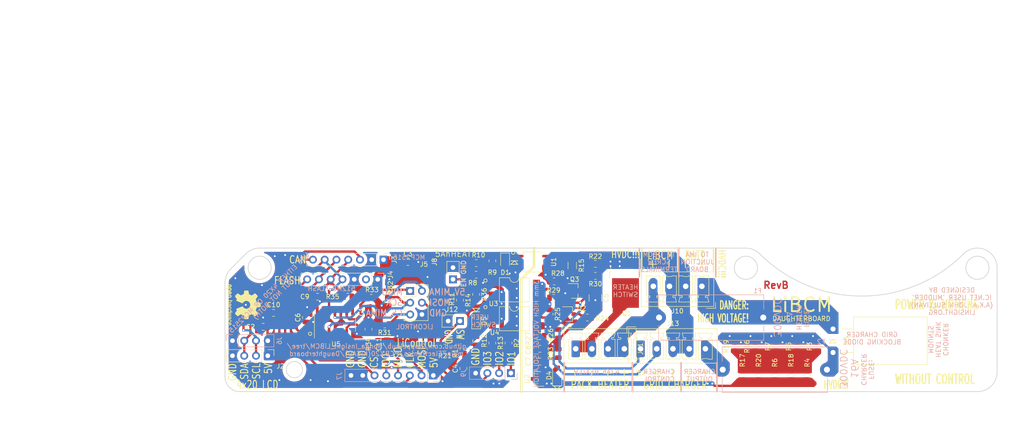
<source format=kicad_pcb>
(kicad_pcb (version 20171130) (host pcbnew "(5.1.9-0-10_14)")
  (title_block (title "LiBCM - Honda Insight BCM Replacement") (rev A) (company "Linsight, LLC"))
  (layers (0 F.Cu signal) (1 In1.Cu power hide) (2 In2.Cu power hide) (31 B.Cu signal) (35 F.Paste user hide) (36 B.SilkS user) (37 F.SilkS user) (38 B.Mask user hide) (39 F.Mask user hide) (44 Edge.Cuts user))
  (net 0 "")
  (net 1 +5V)
  (net 2 GND)
  (net 3 GNDPWR)
  (net 4 /GRID_POS_FUSED)
  (net 5 /SCK)
  (net 6 /MOSI)
  (net 7 /MISO)
  (net 8 /FLASH_CS)
  (net 9 /Q1_GATE)
  (net 10 /LEDp)
  (net 11 /LEDn)
  (net 12 /HVDC_POS_BATT)
  (net 13 /HVDC_POS_AUX)
  (net 14 /GRID_POS)
  (net 15 /HEATER_EN)
  (net 16 /HEAT_NEG)
  (net 17 /CAN_INT)
  (net 18 /CAN_CS)
  (net 19 +5P)
  (net 20 /SW_DIV)
  (net 21 /CHARGER_LIMIT_CURRENT)
  (net 22 /CHARGER_LIMIT_VOLTAGE)
  (net 23 /VLIM_LEDn)
  (net 24 /VLIM_LEDp)
  (net 25 /LiCONTROL_CS)
  (net 26 /GRID_VLIM||SWITCH)
  (net 27 /GRID_ILIM)
  (net 28 /SWITCH)
  (net 29 /VLIMd)
  (net 30 /VLIM_ISO)
  (net 31 /ILIM_ISO)
  (net 32 /ILIM_DIV2)
  (net 33 /VLIM_JOIN)
  (net 34 /HVDC_DIV)
  (net 35 /LED_DIV)
  (net 36 /ILIM_DIV1)
  (net 37 /VLIM_DIV)
  (net 38 /5V_MIMA)
  (net 39 /MISO_MIMA)
  (net 40 /SCK_MIMA)
  (net 41 /MOSI_MIMA)
  (net 42 /CS_MIMA)
  (net 43 /MISO_ILIM)
  (net 44 /ILIM_LED_1)
  (net 45 /ILIM_LED_2)
  (net 46 /ILIM_LED_3)
  (module Symbol:OSHW-Logo2_9.8x8mm_SilkScreen (layer F.Cu) (at 101.25 138 270)
    (fp_text reference REF** hide)
    (fp_text value OSHW-Logo2_9.8x8mm_SilkScreen hide)
  )
  (module Fuse:Fuseholder_Cylinder-5x20mm_Schurter_0031_8201_Horizontal_Open (layer B.Cu) (at 213.5 140.75 180)
    (fp_text reference F1 (at 1.25 5.75) (layer B.SilkS) (effects (justify mirror)))
    (fp_text value Fuse)
    (pad 1 thru_hole circle (at 0 0 180) (size 3 3) (drill 1.3) (layers *.Cu *.Mask) (net 12 /HVDC_POS_BATT))
    (pad 2 thru_hole circle (at 22.5 0 180) (size 3 3) (drill 1.3) (layers *.Cu *.Mask) (net 13 /HVDC_POS_AUX))
  )
  (module Package_TO_SOT_SMD:TO-252-3_TabPin2 (layer F.Cu) (at 183.75 133.35 270)
    (fp_text reference Q1 (at 6.5 -0.25 180) (layer F.SilkS))
    (fp_text value Q_NMOS_GDS)
    (pad 1 smd rect (at -4.2 -2.28 270) (size 2.2 1.2) (layers F.Cu F.Paste F.Mask) (net 9 /Q1_GATE))
    (pad 3 smd rect (at -4.2 2.28 270) (size 2.2 1.2) (layers F.Cu F.Paste F.Mask) (net 3 GNDPWR))
    (pad 2 smd rect (at 2.1 0 270) (size 6.4 5.8) (layers F.Cu F.Mask) (net 16 /HEAT_NEG))
  )
  (module Fuse:Fuseholder_Cylinder-5x20mm_Schurter_0031_8201_Horizontal_Open (layer B.Cu) (at 227.25 152 180)
    (fp_text reference F2 (at 1.25 6) (layer B.SilkS) (effects (justify mirror)))
    (fp_text value Fuse)
    (pad 2 thru_hole circle (at 22.5 0 180) (size 3 3) (drill 1.3) (layers *.Cu *.Mask) (net 14 /GRID_POS))
    (pad 1 thru_hole circle (at 0 0 180) (size 3 3) (drill 1.3) (layers *.Cu *.Mask) (net 4 /GRID_POS_FUSED))
  )
  (module Capacitor_SMD:C_0805_2012Metric (layer F.Cu) (at 105.5 142.75 180)
    (fp_text reference C2 (at 2.75 0) (layer F.SilkS))
    (fp_text value 100n)
    (pad 1 smd roundrect (at -0.95 0 180) (size 1 1.45) (layers F.Cu F.Paste F.Mask) (net 1 +5V))
    (pad 2 smd roundrect (at 0.95 0 180) (size 1 1.45) (layers F.Cu F.Paste F.Mask) (net 2 GND))
  )
  (module Capacitor_SMD:C_0805_2012Metric (layer F.Cu) (at 136.75 128.75)
    (fp_text reference C3 (at 0 -1.75 180) (layer F.SilkS))
    (fp_text value 100n)
    (pad 1 smd roundrect (at -0.95 0) (size 1 1.45) (layers F.Cu F.Paste F.Mask) (net 1 +5V))
    (pad 2 smd roundrect (at 0.95 0) (size 1 1.45) (layers F.Cu F.Paste F.Mask) (net 2 GND))
  )
  (module Capacitor_SMD:C_0805_2012Metric (layer F.Cu) (at 129.25 139.5 180)
    (fp_text reference C1 (at 2.5 0 90) (layer F.SilkS))
    (fp_text value 100n)
    (pad 2 smd roundrect (at 0.95 0 180) (size 1 1.45) (layers F.Cu F.Paste F.Mask) (net 2 GND))
    (pad 1 smd roundrect (at -0.95 0 180) (size 1 1.45) (layers F.Cu F.Paste F.Mask) (net 38 /5V_MIMA))
  )
  (module Capacitor_SMD:C_0805_2012Metric (layer F.Cu) (at 165.25 150.25 180)
    (fp_text reference C7 (at 2.5 0 90) (layer F.SilkS))
    (fp_text value 100n)
    (pad 1 smd roundrect (at -0.95 0 180) (size 1 1.45) (layers F.Cu F.Paste F.Mask) (net 19 +5P))
    (pad 2 smd roundrect (at 0.95 0 180) (size 1 1.45) (layers F.Cu F.Paste F.Mask) (net 3 GNDPWR))
  )
  (module Connector_PinHeader_2.54mm:PinHeader_1x07_P2.54mm_Vertical (layer F.Cu) (at 131.49 128.25 270)
    (fp_text reference J3 (at 0 -2.33 90) (layer F.SilkS))
    (fp_text value Conn_01x07)
    (pad 7 thru_hole oval (at 0 15.24 270) (size 1.7 1.7) (drill 1) (layers *.Cu *.Mask) (net 17 /CAN_INT))
    (pad 6 thru_hole oval (at 0 12.7 270) (size 1.7 1.7) (drill 1) (layers *.Cu *.Mask) (net 5 /SCK))
    (pad 5 thru_hole oval (at 0 10.16 270) (size 1.7 1.7) (drill 1) (layers *.Cu *.Mask) (net 6 /MOSI))
    (pad 4 thru_hole oval (at 0 7.62 270) (size 1.7 1.7) (drill 1) (layers *.Cu *.Mask) (net 7 /MISO))
    (pad 3 thru_hole oval (at 0 5.08 270) (size 1.7 1.7) (drill 1) (layers *.Cu *.Mask) (net 18 /CAN_CS))
    (pad 2 thru_hole oval (at 0 2.54 270) (size 1.7 1.7) (drill 1) (layers *.Cu *.Mask) (net 2 GND))
    (pad 1 thru_hole rect (at 0 0 270) (size 1.7 1.7) (drill 1) (layers *.Cu *.Mask) (net 1 +5V))
  )
  (module Connector_PinHeader_2.54mm:PinHeader_1x07_P2.54mm_Vertical (layer F.Cu) (at 130.25 132.5 270)
    (fp_text reference J4 (at -1 -2.75 90) (layer F.SilkS))
    (fp_text value Conn_01x07)
    (pad 1 thru_hole rect (at 0 0 270) (size 1.7 1.7) (drill 1) (layers *.Cu *.Mask) (net 1 +5V))
    (pad 2 thru_hole oval (at 0 2.54 270) (size 1.7 1.7) (drill 1) (layers *.Cu *.Mask))
    (pad 3 thru_hole oval (at 0 5.08 270) (size 1.7 1.7) (drill 1) (layers *.Cu *.Mask) (net 2 GND))
    (pad 4 thru_hole oval (at 0 7.62 270) (size 1.7 1.7) (drill 1) (layers *.Cu *.Mask) (net 5 /SCK))
    (pad 5 thru_hole oval (at 0 10.16 270) (size 1.7 1.7) (drill 1) (layers *.Cu *.Mask) (net 7 /MISO))
    (pad 6 thru_hole oval (at 0 12.7 270) (size 1.7 1.7) (drill 1) (layers *.Cu *.Mask) (net 6 /MOSI))
    (pad 7 thru_hole oval (at 0 15.24 270) (size 1.7 1.7) (drill 1) (layers *.Cu *.Mask) (net 8 /FLASH_CS))
  )
  (module Connector_PinHeader_2.54mm:PinHeader_1x04_P2.54mm_Vertical (layer B.Cu) (at 159 152.75 90)
    (fp_text reference J9 (at 0 -10.25 270) (layer B.SilkS) (effects (justify mirror)))
    (fp_text value Conn_01x04)
    (pad 1 thru_hole rect (at 0 0 90) (size 1.7 1.7) (drill 1) (layers *.Cu *.Mask) (net 15 /HEATER_EN))
    (pad 2 thru_hole oval (at 0 -2.54 90) (size 1.7 1.7) (drill 1) (layers *.Cu *.Mask) (net 26 /GRID_VLIM||SWITCH))
    (pad 3 thru_hole oval (at 0 -5.08 90) (size 1.7 1.7) (drill 1) (layers *.Cu *.Mask) (net 27 /GRID_ILIM))
    (pad 4 thru_hole oval (at 0 -7.62 90) (size 1.7 1.7) (drill 1) (layers *.Cu *.Mask) (net 2 GND))
  )
  (module Resistor_SMD:R_0805_2012Metric (layer F.Cu) (at 155 146.25 270)
    (fp_text reference R13 (at 0 -1.75 270) (layer F.SilkS))
    (fp_text value 7k32)
    (pad 2 smd roundrect (at 0.9125 0 270) (size 1.025 1.4) (layers F.Cu F.Paste F.Mask) (roundrect_rratio 0.2439004878048781) (net 33 /VLIM_JOIN))
    (pad 1 smd roundrect (at -0.9125 0 270) (size 1.025 1.4) (layers F.Cu F.Paste F.Mask) (roundrect_rratio 0.2439004878048781) (net 1 +5V))
  )
  (module Resistor_SMD:R_0805_2012Metric (layer F.Cu) (at 144.5 137 270)
    (fp_text reference R11 (at -0.25 -1.75 90) (layer F.SilkS))
    (fp_text value 100)
    (pad 1 smd roundrect (at -0.9125 0 270) (size 1.025 1.4) (layers F.Cu F.Paste F.Mask) (roundrect_rratio 0.2439004878048781) (net 44 /ILIM_LED_1))
    (pad 2 smd roundrect (at 0.9125 0 270) (size 1.025 1.4) (layers F.Cu F.Paste F.Mask) (roundrect_rratio 0.2439004878048781) (net 27 /GRID_ILIM))
  )
  (module Resistor_SMD:R_0805_2012Metric (layer F.Cu) (at 151.5 131.5 180)
    (fp_text reference R8 (at 0.75 -1.75) (layer F.SilkS))
    (fp_text value 100)
    (pad 1 smd roundrect (at -0.9125 0 180) (size 1.025 1.4) (layers F.Cu F.Paste F.Mask) (roundrect_rratio 0.2439004878048781) (net 15 /HEATER_EN))
    (pad 2 smd roundrect (at 0.9125 0 180) (size 1.025 1.4) (layers F.Cu F.Paste F.Mask) (roundrect_rratio 0.2439004878048781) (net 35 /LED_DIV))
  )
  (module Resistor_SMD:R_0805_2012Metric (layer F.Cu) (at 155 128.5 270)
    (fp_text reference R9 (at 2.5 0 180) (layer F.SilkS))
    (fp_text value 20)
    (pad 2 smd roundrect (at 0.9125 0 270) (size 1.025 1.4) (layers F.Cu F.Paste F.Mask) (roundrect_rratio 0.2439004878048781) (net 10 /LEDp))
    (pad 1 smd roundrect (at -0.9125 0 270) (size 1.025 1.4) (layers F.Cu F.Paste F.Mask) (roundrect_rratio 0.2439004878048781) (net 35 /LED_DIV))
  )
  (module Resistor_SMD:R_0805_2012Metric (layer F.Cu) (at 151.5 129 180)
    (fp_text reference R10 (at -0.5 1.75 180) (layer F.SilkS))
    (fp_text value 100)
    (pad 2 smd roundrect (at 0.9125 0 180) (size 1.025 1.4) (layers F.Cu F.Paste F.Mask) (roundrect_rratio 0.2439004878048781) (net 35 /LED_DIV))
    (pad 1 smd roundrect (at -0.9125 0 180) (size 1.025 1.4) (layers F.Cu F.Paste F.Mask) (roundrect_rratio 0.2439004878048781) (net 15 /HEATER_EN))
  )
  (module Resistor_SMD:R_1206_3216Metric (layer F.Cu) (at 172.25 129.5 270)
    (fp_text reference R15 (at 0 -2 90) (layer F.SilkS))
    (fp_text value 5M1)
    (pad 1 smd roundrect (at -1.4625 0 270) (size 1.125 1.75) (layers F.Cu F.Paste F.Mask) (roundrect_rratio 0.2222195555555556) (net 9 /Q1_GATE))
    (pad 2 smd roundrect (at 1.4625 0 270) (size 1.125 1.75) (layers F.Cu F.Paste F.Mask) (roundrect_rratio 0.2222195555555556) (net 3 GNDPWR))
  )
  (module Resistor_SMD:R_0805_2012Metric (layer F.Cu) (at 211.75 147 270)
    (fp_text reference R16 (at 0 1.75 90) (layer F.SilkS))
    (fp_text value DNP)
    (pad 2 smd roundrect (at 0.9125 0 270) (size 1.025 1.4) (layers F.Cu F.Paste F.Mask) (roundrect_rratio 0.2439004878048781) (net 34 /HVDC_DIV))
    (pad 1 smd roundrect (at -0.9125 0 270) (size 1.025 1.4) (layers F.Cu F.Paste F.Mask) (roundrect_rratio 0.2439004878048781) (net 4 /GRID_POS_FUSED))
  )
  (module Resistor_SMD:R_0805_2012Metric (layer F.Cu) (at 209 153.25 270)
    (fp_text reference R17 (at -3.25 0 270) (layer F.SilkS))
    (fp_text value 100k)
    (pad 2 smd roundrect (at 0.9125 0 270) (size 1.025 1.4) (layers F.Cu F.Paste F.Mask) (roundrect_rratio 0.2439004878048781) (net 19 +5P))
    (pad 1 smd roundrect (at -0.9125 0 270) (size 1.025 1.4) (layers F.Cu F.Paste F.Mask) (roundrect_rratio 0.2439004878048781) (net 34 /HVDC_DIV))
  )
  (module Resistor_SMD:R_0805_2012Metric (layer F.Cu) (at 207.25 147 270)
    (fp_text reference R19 (at 0 1.75 90) (layer F.SilkS))
    (fp_text value 100k)
    (pad 2 smd roundrect (at 0.9125 0 270) (size 1.025 1.4) (layers F.Cu F.Paste F.Mask) (roundrect_rratio 0.2439004878048781) (net 34 /HVDC_DIV))
    (pad 1 smd roundrect (at -0.9125 0 270) (size 1.025 1.4) (layers F.Cu F.Paste F.Mask) (roundrect_rratio 0.2439004878048781) (net 4 /GRID_POS_FUSED))
  )
  (module Resistor_SMD:R_0805_2012Metric (layer F.Cu) (at 212.5 153.25 270)
    (fp_text reference R20 (at -3.25 0 270) (layer F.SilkS))
    (fp_text value 100k)
    (pad 2 smd roundrect (at 0.9125 0 270) (size 1.025 1.4) (layers F.Cu F.Paste F.Mask) (roundrect_rratio 0.2439004878048781) (net 19 +5P))
    (pad 1 smd roundrect (at -0.9125 0 270) (size 1.025 1.4) (layers F.Cu F.Paste F.Mask) (roundrect_rratio 0.2439004878048781) (net 34 /HVDC_DIV))
  )
  (module Package_TO_SOT_SMD:SOT-23 (layer F.Cu) (at 164.75 154 180)
    (fp_text reference U2 (at 2.25 0 270) (layer F.SilkS))
    (fp_text value LM4040DBZ-5)
    (pad 3 smd rect (at 1 0 180) (size 0.9 0.8) (layers F.Cu F.Paste F.Mask))
    (pad 2 smd rect (at -1 0.95 180) (size 0.9 0.8) (layers F.Cu F.Paste F.Mask) (net 3 GNDPWR))
    (pad 1 smd rect (at -1 -0.95 180) (size 0.9 0.8) (layers F.Cu F.Paste F.Mask) (net 19 +5P))
  )
  (module LED_SMD:LED_0805_2012Metric (layer F.Cu) (at 157.75 128.5 270)
    (fp_text reference D1 (at 2.5 0 180) (layer F.SilkS))
    (fp_text value LED)
    (pad 2 smd roundrect (at 0.9375 0 270) (size 0.975 1.4) (layers F.Cu F.Paste F.Mask) (net 10 /LEDp))
    (pad 1 smd roundrect (at -0.9375 0 270) (size 0.975 1.4) (layers F.Cu F.Paste F.Mask) (net 11 /LEDn))
  )
  (module Connector_PinHeader_2.54mm:PinHeader_1x02_P2.54mm_Vertical (layer F.Cu) (at 148 141.5 270)
    (fp_text reference J12 (at -2.5 1.75 180) (layer F.SilkS))
    (fp_text value Conn_01x02)
    (pad 1 thru_hole rect (at 0 0 270) (size 1.7 1.7) (drill 1) (layers *.Cu *.Mask) (net 28 /SWITCH))
    (pad 2 thru_hole oval (at 0 2.54 270) (size 1.7 1.7) (drill 1) (layers *.Cu *.Mask) (net 2 GND))
  )
  (module Connector_PinHeader_2.54mm:PinHeader_2x03_P2.54mm_Vertical (layer F.Cu) (at 137.25 135)
    (fp_text reference J5 (at 3 -5.75) (layer F.SilkS))
    (fp_text value Conn_02x03_Odd_Even)
    (pad 1 thru_hole rect (at 0 0) (size 1.7 1.7) (drill 1) (layers *.Cu *.Mask) (net 39 /MISO_MIMA))
    (pad 2 thru_hole oval (at 2.54 0) (size 1.7 1.7) (drill 1) (layers *.Cu *.Mask) (net 38 /5V_MIMA))
    (pad 3 thru_hole oval (at 0 2.54) (size 1.7 1.7) (drill 1) (layers *.Cu *.Mask) (net 40 /SCK_MIMA))
    (pad 4 thru_hole oval (at 2.54 2.54) (size 1.7 1.7) (drill 1) (layers *.Cu *.Mask) (net 41 /MOSI_MIMA))
    (pad 5 thru_hole oval (at 0 5.08) (size 1.7 1.7) (drill 1) (layers *.Cu *.Mask) (net 42 /CS_MIMA))
    (pad 6 thru_hole oval (at 2.54 5.08) (size 1.7 1.7) (drill 1) (layers *.Cu *.Mask) (net 2 GND))
  )
  (module Connector_Phoenix_MC:PhoenixContact_MCV_1,5_4-G-3.5_1x04_P3.50mm_Vertical (layer F.Cu) (at 200.25 134 180)
    (fp_text reference J10 (at 5.3 -5.35) (layer F.SilkS))
    (fp_text value Conn_01x04)
    (pad 1 thru_hole roundrect (at 0 0 180) (size 1.8 3.6) (drill 1.2) (layers *.Cu *.Mask) (roundrect_rratio 0.1388888888888889) (net 12 /HVDC_POS_BATT))
    (pad 2 thru_hole oval (at 3.5 0 180) (size 1.8 3.6) (drill 1.2) (layers *.Cu *.Mask) (net 3 GNDPWR))
    (pad 3 thru_hole oval (at 7 0 180) (size 1.8 3.6) (drill 1.2) (layers *.Cu *.Mask) (net 3 GNDPWR))
    (pad 4 thru_hole oval (at 10.5 0 180) (size 1.8 3.6) (drill 1.2) (layers *.Cu *.Mask) (net 13 /HVDC_POS_AUX))
  )
  (module Connector_Phoenix_MC:PhoenixContact_MCV_1,5_4-G-3.5_1x04_P3.50mm_Vertical (layer F.Cu) (at 173 147.5)
    (fp_text reference J11 (at 14 0 270) (layer F.SilkS))
    (fp_text value Conn_01x04)
    (pad 1 thru_hole roundrect (at 0 0) (size 1.8 3.6) (drill 1.2) (layers *.Cu *.Mask) (roundrect_rratio 0.1388888888888889) (net 16 /HEAT_NEG))
    (pad 2 thru_hole oval (at 3.5 0) (size 1.8 3.6) (drill 1.2) (layers *.Cu *.Mask) (net 16 /HEAT_NEG))
    (pad 3 thru_hole oval (at 7 0) (size 1.8 3.6) (drill 1.2) (layers *.Cu *.Mask) (net 13 /HVDC_POS_AUX))
    (pad 4 thru_hole oval (at 10.5 0) (size 1.8 3.6) (drill 1.2) (layers *.Cu *.Mask) (net 13 /HVDC_POS_AUX))
  )
  (module Resistor_SMD:R_0805_2012Metric (layer F.Cu) (at 151.5 145.75 270)
    (fp_text reference R12 (at 0 -1.75 270) (layer F.SilkS))
    (fp_text value 100)
    (pad 2 smd roundrect (at 0.9125 0 270) (size 1.025 1.4) (layers F.Cu F.Paste F.Mask) (roundrect_rratio 0.2439004878048781) (net 33 /VLIM_JOIN))
    (pad 1 smd roundrect (at -0.9125 0 270) (size 1.025 1.4) (layers F.Cu F.Paste F.Mask) (roundrect_rratio 0.2439004878048781) (net 23 /VLIM_LEDn))
  )
  (module Resistor_SMD:R_0805_2012Metric (layer F.Cu) (at 148 137 90)
    (fp_text reference R14 (at 0 1.75 90) (layer F.SilkS))
    (fp_text value 100)
    (pad 1 smd roundrect (at -0.9125 0 90) (size 1.025 1.4) (layers F.Cu F.Paste F.Mask) (roundrect_rratio 0.2439004878048781) (net 45 /ILIM_LED_2))
    (pad 2 smd roundrect (at 0.9125 0 90) (size 1.025 1.4) (layers F.Cu F.Paste F.Mask) (roundrect_rratio 0.2439004878048781) (net 44 /ILIM_LED_1))
  )
  (module Package_DIP:SMDIP-4_W9.53mm_Clearance8mm (layer F.Cu) (at 159.75 134.75)
    (fp_text reference U3 (at -4.5 3 180) (layer F.SilkS))
    (fp_text value SFH620A-2X007T)
    (pad 1 smd rect (at -4.765 -1.27) (size 1.5 1.78) (layers F.Cu F.Paste F.Mask) (net 1 +5V))
    (pad 3 smd rect (at 4.765 1.27) (size 1.5 1.78) (layers F.Cu F.Paste F.Mask) (net 31 /ILIM_ISO))
    (pad 2 smd rect (at -4.765 1.27) (size 1.5 1.78) (layers F.Cu F.Paste F.Mask) (net 46 /ILIM_LED_3))
    (pad 4 smd rect (at 4.765 -1.27) (size 1.5 1.78) (layers F.Cu F.Paste F.Mask) (net 19 +5P))
  )
  (module Connector_PinHeader_2.54mm:PinHeader_1x02_P2.54mm_Vertical (layer F.Cu) (at 146.5 132.5 180)
    (fp_text reference J8 (at 4 3.75 270) (layer F.SilkS))
    (fp_text value Conn_01x02)
    (pad 1 thru_hole rect (at 0 0 180) (size 1.7 1.7) (drill 1) (layers *.Cu *.Mask) (net 15 /HEATER_EN))
    (pad 2 thru_hole oval (at 0 2.54 180) (size 1.7 1.7) (drill 1) (layers *.Cu *.Mask) (net 2 GND))
  )
  (module Connector_PinHeader_2.54mm:PinHeader_1x08_P2.54mm_Vertical (layer B.Cu) (at 142.25 153.25 90)
    (fp_text reference J7 (at -0.1 -20.3 270) (layer B.SilkS) (effects (justify mirror)))
    (fp_text value Conn_01x08)
    (pad 1 thru_hole rect (at 0 0 90) (size 1.7 1.7) (drill 1) (layers *.Cu *.Mask) (net 1 +5V))
    (pad 2 thru_hole oval (at 0 -2.54 90) (size 1.7 1.7) (drill 1) (layers *.Cu *.Mask) (net 6 /MOSI))
    (pad 3 thru_hole oval (at 0 -5.08 90) (size 1.7 1.7) (drill 1) (layers *.Cu *.Mask) (net 5 /SCK))
    (pad 4 thru_hole oval (at 0 -7.62 90) (size 1.7 1.7) (drill 1) (layers *.Cu *.Mask) (net 7 /MISO))
    (pad 5 thru_hole oval (at 0 -10.16 90) (size 1.7 1.7) (drill 1) (layers *.Cu *.Mask) (net 25 /LiCONTROL_CS))
    (pad 6 thru_hole oval (at 0 -12.7 90) (size 1.7 1.7) (drill 1) (layers *.Cu *.Mask) (net 8 /FLASH_CS))
    (pad 7 thru_hole oval (at 0 -15.24 90) (size 1.7 1.7) (drill 1) (layers *.Cu *.Mask) (net 2 GND))
    (pad 8 thru_hole oval (at 0 -17.78 90) (size 1.7 1.7) (drill 1) (layers *.Cu *.Mask) (net 2 GND))
  )
  (module Connector_PinHeader_2.54mm:PinHeader_1x04_P2.54mm_Vertical (layer B.Cu) (at 98.88 145.75 270)
    (fp_text reference J6 (at 0 -10.12 270) (layer B.SilkS) (effects (justify mirror)))
    (fp_text value Conn_01x04)
    (pad 1 thru_hole rect (at 0 0 270) (size 1.7 1.7) (drill 1) (layers *.Cu *.Mask) (net 2 GND))
    (pad 2 thru_hole oval (at 0 -2.54 270) (size 1.7 1.7) (drill 1) (layers *.Cu *.Mask) (net 17 /CAN_INT))
    (pad 3 thru_hole oval (at 0 -5.08 270) (size 1.7 1.7) (drill 1) (layers *.Cu *.Mask) (net 18 /CAN_CS))
    (pad 4 thru_hole oval (at 0 -7.62 270) (size 1.7 1.7) (drill 1) (layers *.Cu *.Mask) (net 1 +5V))
  )
  (module Package_TO_SOT_THT:TO-220-2_Horizontal_TabDown (layer F.Cu) (at 229.32 143.22 270)
    (fp_text reference D3 (at 2.54 -2.18 90) (layer F.SilkS))
    (fp_text value D)
    (pad "" np_thru_hole oval (at 2.54 -16.66 270) (size 3.5 3.5) (drill 3.5) (layers *.Cu *.Mask))
    (pad 1 thru_hole rect (at 0 0.75 270) (size 2 2) (drill 1.1) (layers *.Cu *.Mask) (net 12 /HVDC_POS_BATT))
    (pad 2 thru_hole oval (at 5.08 0.75 270) (size 2 2) (drill 1.1) (layers *.Cu *.Mask) (net 4 /GRID_POS_FUSED))
  )
  (module MountingHole:MountingHole_3.2mm_M3 (layer F.Cu) (at 256.5 145.75 270)
    (fp_text reference H1 (at 0 0 90) (layer F.SilkS))
    (fp_text value MountingHole)
    (pad 1 np_thru_hole circle (at 0 0 270) (size 3.2 3.2) (drill 3.2) (layers *.Cu *.Mask))
  )
  (module Capacitor_SMD:C_0805_2012Metric (layer F.Cu) (at 117.25 136.25)
    (fp_text reference C9 (at -2.75 0) (layer F.SilkS))
    (fp_text value 100p)
    (pad 1 smd roundrect (at -0.95 0) (size 1 1.45) (layers F.Cu F.Paste F.Mask) (net 7 /MISO))
    (pad 2 smd roundrect (at 0.95 0) (size 1 1.45) (layers F.Cu F.Paste F.Mask) (net 2 GND))
  )
  (module Capacitor_SMD:C_0805_2012Metric (layer F.Cu) (at 107.75 139.75 180)
    (fp_text reference C10 (at 0 1.75) (layer F.SilkS))
    (fp_text value 100p)
    (pad 2 smd roundrect (at 0.95 0 180) (size 1 1.45) (layers F.Cu F.Paste F.Mask) (net 2 GND))
    (pad 1 smd roundrect (at -0.95 0 180) (size 1 1.45) (layers F.Cu F.Paste F.Mask) (net 5 /SCK))
  )
  (module Capacitor_SMD:C_0805_2012Metric (layer F.Cu) (at 132.25 146.5 90)
    (fp_text reference C11 (at 0 -1.75 90) (layer F.SilkS))
    (fp_text value 100p)
    (pad 1 smd roundrect (at -0.95 0 90) (size 1 1.45) (layers F.Cu F.Paste F.Mask) (net 6 /MOSI))
    (pad 2 smd roundrect (at 0.95 0 90) (size 1 1.45) (layers F.Cu F.Paste F.Mask) (net 2 GND))
  )
  (module Connector_PinHeader_2.54mm:PinHeader_1x04_P2.54mm_Vertical (layer F.Cu) (at 106.5 149 270)
    (fp_text reference J2 (at 2.25 -2.75 180) (layer F.SilkS))
    (fp_text value Conn_01x04)
    (pad 1 thru_hole rect (at 0 0 270) (size 1.7 1.7) (drill 1) (layers *.Cu *.Mask) (net 1 +5V))
    (pad 2 thru_hole oval (at 0 2.54 270) (size 1.7 1.7) (drill 1) (layers *.Cu *.Mask) (net 18 /CAN_CS))
    (pad 3 thru_hole oval (at 0 5.08 270) (size 1.7 1.7) (drill 1) (layers *.Cu *.Mask) (net 17 /CAN_INT))
    (pad 4 thru_hole oval (at 0 7.62 270) (size 1.7 1.7) (drill 1) (layers *.Cu *.Mask) (net 2 GND))
  )
  (module Diode_SMD:D_SOD-123 (layer F.Cu) (at 169 153.25 90)
    (fp_text reference D4 (at 0 -1.75 90) (layer F.SilkS))
    (fp_text value D_Zener)
    (pad 1 smd rect (at -1.65 0 90) (size 0.9 1.2) (layers F.Cu F.Paste F.Mask) (net 19 +5P))
    (pad 2 smd rect (at 1.65 0 90) (size 0.9 1.2) (layers F.Cu F.Paste F.Mask) (net 3 GNDPWR))
  )
  (module Capacitor_SMD:C_0805_2012Metric (layer F.Cu) (at 148.75 151.75 270)
    (fp_text reference C4 (at 0 1.75 90) (layer F.SilkS))
    (fp_text value 100n)
    (pad 2 smd roundrect (at 0.95 0 270) (size 1 1.45) (layers F.Cu F.Paste F.Mask) (net 2 GND))
    (pad 1 smd roundrect (at -0.95 0 270) (size 1 1.45) (layers F.Cu F.Paste F.Mask) (net 20 /SW_DIV))
  )
  (module Capacitor_SMD:C_0805_2012Metric (layer F.Cu) (at 165.25 147.5 180)
    (fp_text reference C8 (at 2.5 -0.25 90) (layer F.SilkS))
    (fp_text value 100n)
    (pad 1 smd roundrect (at -0.95 0 180) (size 1 1.45) (layers F.Cu F.Paste F.Mask) (net 22 /CHARGER_LIMIT_VOLTAGE))
    (pad 2 smd roundrect (at 0.95 0 180) (size 1 1.45) (layers F.Cu F.Paste F.Mask) (net 3 GNDPWR))
  )
  (module LED_SMD:LED_0805_2012Metric (layer F.Cu) (at 151.5 141.5 90)
    (fp_text reference D5 (at 0 1.75 90) (layer F.SilkS))
    (fp_text value LED)
    (pad 1 smd roundrect (at -0.9375 0 90) (size 0.975 1.4) (layers F.Cu F.Paste F.Mask) (net 23 /VLIM_LEDn))
    (pad 2 smd roundrect (at 0.9375 0 90) (size 0.975 1.4) (layers F.Cu F.Paste F.Mask) (net 24 /VLIM_LEDp))
  )
  (module Package_TO_SOT_SMD:SOT-23 (layer F.Cu) (at 171.55 140)
    (fp_text reference Q2 (at 2.7 -1.25) (layer F.SilkS))
    (fp_text value Q_NMOS_GSD)
    (pad 3 smd rect (at 1 0) (size 0.9 0.8) (layers F.Cu F.Paste F.Mask) (net 29 /VLIMd))
    (pad 2 smd rect (at -1 0.95) (size 0.9 0.8) (layers F.Cu F.Paste F.Mask) (net 3 GNDPWR))
    (pad 1 smd rect (at -1 -0.95) (size 0.9 0.8) (layers F.Cu F.Paste F.Mask) (net 30 /VLIM_ISO))
  )
  (module Package_TO_SOT_SMD:SOT-23 (layer F.Cu) (at 172.75 135)
    (fp_text reference Q3 (at 0 -2.5) (layer F.SilkS))
    (fp_text value Q_NMOS_GSD)
    (pad 1 smd rect (at -1 -0.95) (size 0.9 0.8) (layers F.Cu F.Paste F.Mask) (net 31 /ILIM_ISO))
    (pad 2 smd rect (at -1 0.95) (size 0.9 0.8) (layers F.Cu F.Paste F.Mask) (net 3 GNDPWR))
    (pad 3 smd rect (at 1 0) (size 0.9 0.8) (layers F.Cu F.Paste F.Mask) (net 32 /ILIM_DIV2))
  )
  (module Resistor_SMD:R_0805_2012Metric (layer F.Cu) (at 148.75 147.5 90)
    (fp_text reference R1 (at -1 -1.75 90) (layer F.SilkS))
    (fp_text value 100)
    (pad 2 smd roundrect (at 0.9125 0 90) (size 1.025 1.4) (layers F.Cu F.Paste F.Mask) (roundrect_rratio 0.2439014634146341) (net 33 /VLIM_JOIN))
    (pad 1 smd roundrect (at -0.9125 0 90) (size 1.025 1.4) (layers F.Cu F.Paste F.Mask) (roundrect_rratio 0.2439014634146341) (net 20 /SW_DIV))
  )
  (module Resistor_SMD:R_0805_2012Metric (layer F.Cu) (at 158.5 146.25 270)
    (fp_text reference R2 (at 0 -1.75 90) (layer F.SilkS))
    (fp_text value 100)
    (pad 1 smd roundrect (at -0.9125 0 270) (size 1.025 1.4) (layers F.Cu F.Paste F.Mask) (roundrect_rratio 0.2439014634146341) (net 33 /VLIM_JOIN))
    (pad 2 smd roundrect (at 0.9125 0 270) (size 1.025 1.4) (layers F.Cu F.Paste F.Mask) (roundrect_rratio 0.2439014634146341) (net 26 /GRID_VLIM||SWITCH))
  )
  (module Resistor_SMD:R_0805_2012Metric (layer F.Cu) (at 225.25 147 270)
    (fp_text reference R3 (at 0 1.75 90) (layer F.SilkS))
    (fp_text value 100k)
    (pad 2 smd roundrect (at 0.9125 0 270) (size 1.025 1.4) (layers F.Cu F.Paste F.Mask) (roundrect_rratio 0.2439014634146341) (net 34 /HVDC_DIV))
    (pad 1 smd roundrect (at -0.9125 0 270) (size 1.025 1.4) (layers F.Cu F.Paste F.Mask) (roundrect_rratio 0.2439014634146341) (net 4 /GRID_POS_FUSED))
  )
  (module Resistor_SMD:R_0805_2012Metric (layer F.Cu) (at 223 153.25 270)
    (fp_text reference R4 (at -2.75 0 90) (layer F.SilkS))
    (fp_text value 100k)
    (pad 2 smd roundrect (at 0.9125 0 270) (size 1.025 1.4) (layers F.Cu F.Paste F.Mask) (roundrect_rratio 0.2439014634146341) (net 19 +5P))
    (pad 1 smd roundrect (at -0.9125 0 270) (size 1.025 1.4) (layers F.Cu F.Paste F.Mask) (roundrect_rratio 0.2439014634146341) (net 34 /HVDC_DIV))
  )
  (module Resistor_SMD:R_0805_2012Metric (layer F.Cu) (at 220.75 147 270)
    (fp_text reference R5 (at 0 1.75 90) (layer F.SilkS))
    (fp_text value DNP)
    (pad 1 smd roundrect (at -0.9125 0 270) (size 1.025 1.4) (layers F.Cu F.Paste F.Mask) (roundrect_rratio 0.2439014634146341) (net 4 /GRID_POS_FUSED))
    (pad 2 smd roundrect (at 0.9125 0 270) (size 1.025 1.4) (layers F.Cu F.Paste F.Mask) (roundrect_rratio 0.2439014634146341) (net 34 /HVDC_DIV))
  )
  (module Resistor_SMD:R_0805_2012Metric (layer F.Cu) (at 216 153.25 270)
    (fp_text reference R6 (at -2.75 0 90) (layer F.SilkS))
    (fp_text value 100k)
    (pad 1 smd roundrect (at -0.9125 0 270) (size 1.025 1.4) (layers F.Cu F.Paste F.Mask) (roundrect_rratio 0.2439014634146341) (net 34 /HVDC_DIV))
    (pad 2 smd roundrect (at 0.9125 0 270) (size 1.025 1.4) (layers F.Cu F.Paste F.Mask) (roundrect_rratio 0.2439014634146341) (net 19 +5P))
  )
  (module Resistor_SMD:R_0805_2012Metric (layer F.Cu) (at 216.25 147 270)
    (fp_text reference R7 (at 0 1.75 90) (layer F.SilkS))
    (fp_text value 100k)
    (pad 1 smd roundrect (at -0.9125 0 270) (size 1.025 1.4) (layers F.Cu F.Paste F.Mask) (roundrect_rratio 0.2439014634146341) (net 4 /GRID_POS_FUSED))
    (pad 2 smd roundrect (at 0.9125 0 270) (size 1.025 1.4) (layers F.Cu F.Paste F.Mask) (roundrect_rratio 0.2439014634146341) (net 34 /HVDC_DIV))
  )
  (module Resistor_SMD:R_0805_2012Metric (layer F.Cu) (at 219.5 153.25 270)
    (fp_text reference R18 (at -3.25 0 90) (layer F.SilkS))
    (fp_text value DNP)
    (pad 2 smd roundrect (at 0.9125 0 270) (size 1.025 1.4) (layers F.Cu F.Paste F.Mask) (roundrect_rratio 0.2439014634146341) (net 19 +5P))
    (pad 1 smd roundrect (at -0.9125 0 270) (size 1.025 1.4) (layers F.Cu F.Paste F.Mask) (roundrect_rratio 0.2439014634146341) (net 34 /HVDC_DIV))
  )
  (module Resistor_SMD:R_0805_2012Metric (layer F.Cu) (at 144.75 147.25)
    (fp_text reference R21 (at 0 1.75) (layer F.SilkS))
    (fp_text value 20)
    (pad 1 smd roundrect (at -0.9125 0) (size 1.025 1.4) (layers F.Cu F.Paste F.Mask) (roundrect_rratio 0.2439014634146341) (net 28 /SWITCH))
    (pad 2 smd roundrect (at 0.9125 0) (size 1.025 1.4) (layers F.Cu F.Paste F.Mask) (roundrect_rratio 0.2439014634146341) (net 20 /SW_DIV))
  )
  (module Resistor_SMD:R_0805_2012Metric (layer F.Cu) (at 177.25 129.15 180)
    (fp_text reference R22 (at 0 1.6) (layer F.SilkS))
    (fp_text value 20)
    (pad 2 smd roundrect (at 0.9125 0 180) (size 1.025 1.4) (layers F.Cu F.Paste F.Mask) (roundrect_rratio 0.2439014634146341) (net 32 /ILIM_DIV2))
    (pad 1 smd roundrect (at -0.9125 0 180) (size 1.025 1.4) (layers F.Cu F.Paste F.Mask) (roundrect_rratio 0.2439014634146341) (net 36 /ILIM_DIV1))
  )
  (module Resistor_SMD:R_0805_2012Metric (layer F.Cu) (at 169.25 148.5 90)
    (fp_text reference R23 (at 0 -1.65 90) (layer F.SilkS))
    (fp_text value 1k24)
    (pad 2 smd roundrect (at 0.9125 0 90) (size 1.025 1.4) (layers F.Cu F.Paste F.Mask) (roundrect_rratio 0.2439014634146341) (net 22 /CHARGER_LIMIT_VOLTAGE))
    (pad 1 smd roundrect (at -0.9125 0 90) (size 1.025 1.4) (layers F.Cu F.Paste F.Mask) (roundrect_rratio 0.2439014634146341) (net 19 +5P))
  )
  (module Resistor_SMD:R_0805_2012Metric (layer F.Cu) (at 175.5 140.75 180)
    (fp_text reference R24 (at -3.25 -0.2) (layer F.SilkS))
    (fp_text value 1k24)
    (pad 2 smd roundrect (at 0.9125 0 180) (size 1.025 1.4) (layers F.Cu F.Paste F.Mask) (roundrect_rratio 0.2439014634146341) (net 29 /VLIMd))
    (pad 1 smd roundrect (at -0.9125 0 180) (size 1.025 1.4) (layers F.Cu F.Paste F.Mask) (roundrect_rratio 0.2439014634146341) (net 22 /CHARGER_LIMIT_VOLTAGE))
  )
  (module Resistor_SMD:R_0805_2012Metric (layer F.Cu) (at 167.35 140 270)
    (fp_text reference R25 (at 0 -1.75 90) (layer F.SilkS))
    (fp_text value 71k5)
    (pad 1 smd roundrect (at -0.9125 0 270) (size 1.025 1.4) (layers F.Cu F.Paste F.Mask) (roundrect_rratio 0.2439014634146341) (net 19 +5P))
    (pad 2 smd roundrect (at 0.9125 0 270) (size 1.025 1.4) (layers F.Cu F.Paste F.Mask) (roundrect_rratio 0.2439014634146341) (net 30 /VLIM_ISO))
  )
  (module Resistor_SMD:R_0805_2012Metric (layer F.Cu) (at 169.25 144.25 90)
    (fp_text reference R26 (at -0.25 -1.65 90) (layer F.SilkS))
    (fp_text value 10k)
    (pad 1 smd roundrect (at -0.9125 0 90) (size 1.025 1.4) (layers F.Cu F.Paste F.Mask) (roundrect_rratio 0.2439014634146341) (net 22 /CHARGER_LIMIT_VOLTAGE))
    (pad 2 smd roundrect (at 0.9125 0 90) (size 1.025 1.4) (layers F.Cu F.Paste F.Mask) (roundrect_rratio 0.2439014634146341) (net 37 /VLIM_DIV))
  )
  (module Resistor_SMD:R_0805_2012Metric (layer F.Cu) (at 165.25 144.75 180)
    (fp_text reference R27 (at 2.5 -0.5 90) (layer F.SilkS))
    (fp_text value 10k)
    (pad 2 smd roundrect (at 0.9125 0 180) (size 1.025 1.4) (layers F.Cu F.Paste F.Mask) (roundrect_rratio 0.2439014634146341) (net 3 GNDPWR))
    (pad 1 smd roundrect (at -0.9125 0 180) (size 1.025 1.4) (layers F.Cu F.Paste F.Mask) (roundrect_rratio 0.2439014634146341) (net 37 /VLIM_DIV))
  )
  (module Resistor_SMD:R_0805_2012Metric (layer F.Cu) (at 168.35 132.95 180)
    (fp_text reference R28 (at -0.8 1.75) (layer F.SilkS))
    (fp_text value 10k)
    (pad 2 smd roundrect (at 0.9125 0 180) (size 1.025 1.4) (layers F.Cu F.Paste F.Mask) (roundrect_rratio 0.2439014634146341) (net 3 GNDPWR))
    (pad 1 smd roundrect (at -0.9125 0 180) (size 1.025 1.4) (layers F.Cu F.Paste F.Mask) (roundrect_rratio 0.2439014634146341) (net 31 /ILIM_ISO))
  )
  (module Resistor_SMD:R_0805_2012Metric (layer F.Cu) (at 168.25 136.5)
    (fp_text reference R29 (at 0 -1.65) (layer F.SilkS))
    (fp_text value 768)
    (pad 1 smd roundrect (at -0.9125 0) (size 1.025 1.4) (layers F.Cu F.Paste F.Mask) (roundrect_rratio 0.2439014634146341) (net 19 +5P))
    (pad 2 smd roundrect (at 0.9125 0) (size 1.025 1.4) (layers F.Cu F.Paste F.Mask) (roundrect_rratio 0.2439014634146341) (net 21 /CHARGER_LIMIT_CURRENT))
  )
  (module Resistor_SMD:R_0805_2012Metric (layer F.Cu) (at 177.25 131.75)
    (fp_text reference R30 (at 0 1.75) (layer F.SilkS))
    (fp_text value 768)
    (pad 2 smd roundrect (at 0.9125 0) (size 1.025 1.4) (layers F.Cu F.Paste F.Mask) (roundrect_rratio 0.2439014634146341) (net 36 /ILIM_DIV1))
    (pad 1 smd roundrect (at -0.9125 0) (size 1.025 1.4) (layers F.Cu F.Paste F.Mask) (roundrect_rratio 0.2439014634146341) (net 21 /CHARGER_LIMIT_CURRENT))
  )
  (module Package_SO:SOP-4_3.8x4.1mm_P2.54mm (layer F.Cu) (at 163.75 128.75)
    (fp_text reference U1 (at 4.5 0 90) (layer F.SilkS))
    (fp_text value APV1121S)
    (pad 1 smd roundrect (at -2.75 -1.27) (size 1.45 0.55) (layers F.Cu F.Paste F.Mask) (net 11 /LEDn))
    (pad 2 smd roundrect (at -2.75 1.27) (size 1.45 0.55) (layers F.Cu F.Paste F.Mask) (net 2 GND))
    (pad 3 smd roundrect (at 2.75 1.27) (size 1.45 0.55) (layers F.Cu F.Paste F.Mask) (net 3 GNDPWR))
    (pad 4 smd roundrect (at 2.75 -1.27) (size 1.45 0.55) (layers F.Cu F.Paste F.Mask) (net 9 /Q1_GATE))
  )
  (module Package_DIP:SMDIP-4_W9.53mm_Clearance8mm (layer F.Cu) (at 159.75 141)
    (fp_text reference U4 (at -4.25 3 180) (layer F.SilkS))
    (fp_text value SFH620A-2X007T)
    (pad 1 smd rect (at -4.765 -1.27) (size 1.5 1.78) (layers F.Cu F.Paste F.Mask) (net 1 +5V))
    (pad 3 smd rect (at 4.765 1.27) (size 1.5 1.78) (layers F.Cu F.Paste F.Mask) (net 3 GNDPWR))
    (pad 2 smd rect (at -4.765 1.27) (size 1.5 1.78) (layers F.Cu F.Paste F.Mask) (net 24 /VLIM_LEDp))
    (pad 4 smd rect (at 4.765 -1.27) (size 1.5 1.78) (layers F.Cu F.Paste F.Mask) (net 30 /VLIM_ISO))
  )
  (module Connector_Phoenix_MC:PhoenixContact_MCV_1,5_5-G-3.5_1x05_P3.50mm_Vertical (layer F.Cu) (at 187 147.5)
    (fp_text reference J13 (at 7 -5.45) (layer F.SilkS))
    (fp_text value Conn_01x05)
    (pad 1 thru_hole roundrect (at 0 0) (size 1.8 3.6) (drill 1.2) (layers *.Cu *.Mask) (roundrect_rratio 0.1388888888888889) (net 21 /CHARGER_LIMIT_CURRENT))
    (pad 2 thru_hole oval (at 3.5 0) (size 1.8 3.6) (drill 1.2) (layers *.Cu *.Mask) (net 22 /CHARGER_LIMIT_VOLTAGE))
    (pad 3 thru_hole oval (at 7 0) (size 1.8 3.6) (drill 1.2) (layers *.Cu *.Mask) (net 3 GNDPWR))
    (pad 4 thru_hole oval (at 10.5 0) (size 1.8 3.6) (drill 1.2) (layers *.Cu *.Mask) (net 3 GNDPWR))
    (pad 5 thru_hole oval (at 14 0) (size 1.8 3.6) (drill 1.2) (layers *.Cu *.Mask) (net 14 /GRID_POS))
  )
  (module Capacitor_SMD:C_1210_3225Metric (layer F.Cu) (at 177.25 136.5 270)
    (fp_text reference C5 (at 0.05 -2.3 90) (layer F.SilkS))
    (fp_text value 22u)
    (pad 1 smd roundrect (at -1.475 0 270) (size 1.15 2.7) (layers F.Cu F.Paste F.Mask) (roundrect_rratio 0.2173904347826087) (net 21 /CHARGER_LIMIT_CURRENT))
    (pad 2 smd roundrect (at 1.475 0 270) (size 1.15 2.7) (layers F.Cu F.Paste F.Mask) (roundrect_rratio 0.2173904347826087) (net 3 GNDPWR))
  )
  (module Capacitor_SMD:C_0805_2012Metric (layer F.Cu) (at 114.75 140.75 90)
    (fp_text reference C6 (at 0 -1.75 90) (layer F.SilkS))
    (fp_text value 100n)
    (pad 1 smd roundrect (at -0.95 0 90) (size 1 1.45) (layers F.Cu F.Paste F.Mask) (net 1 +5V))
    (pad 2 smd roundrect (at 0.95 0 90) (size 1 1.45) (layers F.Cu F.Paste F.Mask) (net 2 GND))
  )
  (module Resistor_SMD:R_0805_2012Metric (layer F.Cu) (at 131.75 142.25)
    (fp_text reference R31 (at 0 1.75) (layer F.SilkS))
    (fp_text value 7k32)
    (pad 2 smd roundrect (at 0.9125 0) (size 1.025 1.4) (layers F.Cu F.Paste F.Mask) (roundrect_rratio 0.2439014634146341) (net 42 /CS_MIMA))
    (pad 1 smd roundrect (at -0.9125 0) (size 1.025 1.4) (layers F.Cu F.Paste F.Mask) (roundrect_rratio 0.2439014634146341) (net 38 /5V_MIMA))
  )
  (module Resistor_SMD:R_0805_2012Metric (layer F.Cu) (at 132.5 137.25 90)
    (fp_text reference R32 (at 3 0.5 270) (layer F.SilkS))
    (fp_text value 7k32)
    (pad 1 smd roundrect (at -0.9125 0 90) (size 1.025 1.4) (layers F.Cu F.Paste F.Mask) (roundrect_rratio 0.2439014634146341) (net 38 /5V_MIMA))
    (pad 2 smd roundrect (at 0.9125 0 90) (size 1.025 1.4) (layers F.Cu F.Paste F.Mask) (roundrect_rratio 0.2439014634146341) (net 40 /SCK_MIMA))
  )
  (module Resistor_SMD:R_0805_2012Metric (layer F.Cu) (at 128.8375 136.5 180)
    (fp_text reference R33 (at -0.1625 1.75) (layer F.SilkS))
    (fp_text value 7k32)
    (pad 2 smd roundrect (at 0.9125 0 180) (size 1.025 1.4) (layers F.Cu F.Paste F.Mask) (roundrect_rratio 0.2439014634146341) (net 39 /MISO_MIMA))
    (pad 1 smd roundrect (at -0.9125 0 180) (size 1.025 1.4) (layers F.Cu F.Paste F.Mask) (roundrect_rratio 0.2439014634146341) (net 38 /5V_MIMA))
  )
  (module Resistor_SMD:R_0805_2012Metric (layer F.Cu) (at 128.25 143.25 270)
    (fp_text reference R34 (at 3.25 0 90) (layer F.SilkS))
    (fp_text value 7k32)
    (pad 1 smd roundrect (at -0.9125 0 270) (size 1.025 1.4) (layers F.Cu F.Paste F.Mask) (roundrect_rratio 0.2439014634146341) (net 38 /5V_MIMA))
    (pad 2 smd roundrect (at 0.9125 0 270) (size 1.025 1.4) (layers F.Cu F.Paste F.Mask) (roundrect_rratio 0.2439014634146341) (net 41 /MOSI_MIMA))
  )
  (module Resistor_SMD:R_0805_2012Metric (layer F.Cu) (at 123.75 136.25 180)
    (fp_text reference R35 (at 3.25 0) (layer F.SilkS))
    (fp_text value 100)
    (pad 1 smd roundrect (at -0.9125 0 180) (size 1.025 1.4) (layers F.Cu F.Paste F.Mask) (roundrect_rratio 0.2439014634146341) (net 43 /MISO_ILIM))
    (pad 2 smd roundrect (at 0.9125 0 180) (size 1.025 1.4) (layers F.Cu F.Paste F.Mask) (roundrect_rratio 0.2439014634146341) (net 7 /MISO))
  )
  (module Package_SO:SO-14_3.9x8.65mm_P1.27mm (layer F.Cu) (at 121 141.75 90)
    (fp_text reference U5 (at -4.75 0.25 180) (layer F.SilkS))
    (fp_text value 74LVC125)
    (pad 1 smd roundrect (at -2.475 -3.81 90) (size 1.95 0.6) (layers F.Cu F.Paste F.Mask) (net 25 /LiCONTROL_CS))
    (pad 2 smd roundrect (at -2.475 -2.54 90) (size 1.95 0.6) (layers F.Cu F.Paste F.Mask) (net 25 /LiCONTROL_CS))
    (pad 3 smd roundrect (at -2.475 -1.27 90) (size 1.95 0.6) (layers F.Cu F.Paste F.Mask) (net 42 /CS_MIMA))
    (pad 4 smd roundrect (at -2.475 0 90) (size 1.95 0.6) (layers F.Cu F.Paste F.Mask) (net 25 /LiCONTROL_CS))
    (pad 5 smd roundrect (at -2.475 1.27 90) (size 1.95 0.6) (layers F.Cu F.Paste F.Mask) (net 6 /MOSI))
    (pad 6 smd roundrect (at -2.475 2.54 90) (size 1.95 0.6) (layers F.Cu F.Paste F.Mask) (net 41 /MOSI_MIMA))
    (pad 7 smd roundrect (at -2.475 3.81 90) (size 1.95 0.6) (layers F.Cu F.Paste F.Mask) (net 2 GND))
    (pad 8 smd roundrect (at 2.475 3.81 90) (size 1.95 0.6) (layers F.Cu F.Paste F.Mask) (net 43 /MISO_ILIM))
    (pad 9 smd roundrect (at 2.475 2.54 90) (size 1.95 0.6) (layers F.Cu F.Paste F.Mask) (net 39 /MISO_MIMA))
    (pad 10 smd roundrect (at 2.475 1.27 90) (size 1.95 0.6) (layers F.Cu F.Paste F.Mask) (net 25 /LiCONTROL_CS))
    (pad 11 smd roundrect (at 2.475 0 90) (size 1.95 0.6) (layers F.Cu F.Paste F.Mask) (net 40 /SCK_MIMA))
    (pad 12 smd roundrect (at 2.475 -1.27 90) (size 1.95 0.6) (layers F.Cu F.Paste F.Mask) (net 5 /SCK))
    (pad 13 smd roundrect (at 2.475 -2.54 90) (size 1.95 0.6) (layers F.Cu F.Paste F.Mask) (net 25 /LiCONTROL_CS))
    (pad 14 smd roundrect (at 2.475 -3.81 90) (size 1.95 0.6) (layers F.Cu F.Paste F.Mask) (net 1 +5V))
  )
  (module Resistor_SMD:R_0805_2012Metric (layer F.Cu) (at 151.5 135.75 270)
    (fp_text reference R36 (at 0 -1.75 270) (layer F.SilkS))
    (fp_text value 100)
    (pad 1 smd roundrect (at -0.9125 0 270) (size 1.025 1.4) (layers F.Cu F.Paste F.Mask) (roundrect_rratio 0.243902) (net 46 /ILIM_LED_3))
    (pad 2 smd roundrect (at 0.9125 0 270) (size 1.025 1.4) (layers F.Cu F.Paste F.Mask) (roundrect_rratio 0.243902) (net 45 /ILIM_LED_2))
  )
  (gr_text "EN GND" (at 148.75 134.25 270) (layer B.SilkS) (effects (font (size 1 1)) (justify left mirror)))
  (gr_text "EN GND" (at 148.75 134.25 90) (layer F.SilkS) (effects (font (size 1 1)) (justify left)))
  (gr_text "GND\nIO3\nIO2\nIO1" (at 155.25 151.25 90) (layer F.SilkS) (effects (font (size 1.6 1.25) (thickness 0.2)) (justify left)))
  (gr_line (start 186.75 125.75) (end 186.75 132) (layer B.SilkS) (width 0.3))
  (gr_line (start 203.25 125.75) (end 203.25 132) (layer B.SilkS) (width 0.3))
  (gr_line (start 195.25 125.75) (end 195.25 132) (layer B.SilkS) (width 0.3))
  (gr_line (start 185.25 150.5) (end 185.25 156.75) (layer B.SilkS) (width 0.3))
  (gr_line (start 170.5 150.5) (end 170.5 156.75) (layer B.SilkS) (width 0.3))
  (gr_line (start 203.5 150.5) (end 203.5 156.75) (layer B.SilkS) (width 0.3))
  (gr_line (start 185.25 150.5) (end 185.25 156.75) (layer B.SilkS) (width 0.3))
  (gr_line (start 195.75 150.5) (end 195.75 156.75) (layer B.SilkS) (width 0.3))
  (gr_text "CHARGER\nCONTROL" (at 191 153.25) (layer B.SilkS) (effects (font (size 1 1)) (justify mirror)))
  (gr_text "MISO\nSCK\nCS_MIMA" (at 135.75 137.5) (layer B.SilkS) (effects (font (size 1.4 1.25) (thickness 0.2)) (justify left mirror)))
  (gr_text "5V_MIMA\nMOSI\nGND" (at 141.25 137.5) (layer B.SilkS) (effects (font (size 1.4 1.25) (thickness 0.2)) (justify right mirror)))
  (gr_text HVDC!!! (at 183.75 127.15) (layer F.SilkS) (effects (font (size 1.5 1.15) (thickness 0.2))))
  (gr_line (start 164 129.75) (end 164 125.75) (layer F.SilkS) (width 0.5))
  (gr_text "4x20 LCD" (at 104.25 155.25) (layer F.SilkS) (effects (font (size 1.75 1.25) (thickness 0.2))))
  (gr_text 5AhHEAT (at 142.5 127) (layer F.SilkS) (effects (font (size 1.25 1.25)) (justify left)))
  (gr_circle (center 112.25 152) (end 114 152) (layer Edge.Cuts) (width 0.15))
  (gr_circle (center 115.646447 144.25) (end 115.896447 144.5) (layer F.SilkS) (width 0.15))
  (gr_circle (center 153.5 138.5) (end 153.75 138.75) (layer F.SilkS) (width 0.15))
  (gr_circle (center 153.5 132.75) (end 153.75 133) (layer F.SilkS) (width 0.15))
  (gr_arc (start 104.75 130) (end 104.75 125.75) (angle -45) (layer Edge.Cuts) (width 0.15))
  (gr_line (start 202.75 125.75) (end 202.75 130.75) (layer F.SilkS) (width 0.3))
  (gr_line (start 187.25 125.75) (end 187.25 130.75) (layer F.SilkS) (width 0.3))
  (gr_line (start 203.5 150.5) (end 203.5 156.75) (layer F.SilkS) (width 0.3))
  (gr_line (start 170.5 150.5) (end 170.5 156.75) (layer F.SilkS) (width 0.3))
  (gr_line (start 195 125.75) (end 195 130.75) (layer F.SilkS) (width 0.3))
  (gr_text BATT (at 198.75 127.25) (layer F.SilkS) (effects (font (size 1.75 1.25) (thickness 0.2))))
  (gr_text "+\n-\n-\n+" (at 194.75 129.25 90) (layer F.SilkS) (effects (font (size 2.2 2) (thickness 0.2))))
  (gr_text LiBCM (at 191.25 127.25) (layer F.SilkS) (effects (font (size 1.75 1.25) (thickness 0.2))))
  (gr_line (start 185.25 150.5) (end 185.25 156.75) (layer F.SilkS) (width 0.3))
  (gr_text "+\n-\n-\nV\nA" (at 194.1 152.75 -90) (layer F.SilkS) (effects (font (size 2.2 2.2) (thickness 0.2))))
  (gr_text "-\n-\n+\n+" (at 178 152.75 90) (layer F.SilkS) (effects (font (size 2.2 2.2) (thickness 0.2))))
  (gr_text "GRID CHARGER" (at 194.5 155.25) (layer F.SilkS) (effects (font (size 1.75 1.25) (thickness 0.2))))
  (gr_text "PACK HEATER" (at 178.25 155.25) (layer F.SilkS) (effects (font (size 1.75 1.25) (thickness 0.2))))
  (gr_line (start 169.75 155.5) (end 168.25 155.5) (layer F.SilkS) (width 0.15))
  (gr_line (start 169 156.25) (end 169.75 155.5) (layer F.SilkS) (width 0.15))
  (gr_line (start 169.75 156.25) (end 168.25 156.25) (layer F.SilkS) (width 0.15))
  (gr_line (start 168.25 155.5) (end 169 156.25) (layer F.SilkS) (width 0.15))
  (gr_line (start 159 129.25) (end 160.5 129.25) (layer F.SilkS) (width 0.15))
  (gr_line (start 159.75 128.5) (end 159 129.25) (layer F.SilkS) (width 0.15))
  (gr_line (start 159 128.5) (end 160.5 128.5) (layer F.SilkS) (width 0.15))
  (gr_line (start 160.5 129.25) (end 159.75 128.5) (layer F.SilkS) (width 0.15))
  (gr_line (start 227.75 146.25) (end 229.25 146.25) (layer F.SilkS) (width 0.15))
  (gr_line (start 228.5 145.5) (end 227.75 146.25) (layer F.SilkS) (width 0.15))
  (gr_line (start 227.75 145.5) (end 229.25 145.5) (layer F.SilkS) (width 0.15))
  (gr_line (start 229.25 146.25) (end 228.5 145.5) (layer F.SilkS) (width 0.15))
  (gr_line (start 152.25 139.5) (end 150.75 139.5) (layer F.SilkS) (width 0.15))
  (gr_line (start 151.5 139.5) (end 152.25 138.75) (layer F.SilkS) (width 0.15))
  (gr_line (start 150.75 138.75) (end 151.5 139.5) (layer F.SilkS) (width 0.15))
  (gr_line (start 152.25 138.75) (end 150.75 138.75) (layer F.SilkS) (width 0.15))
  (gr_text "USER\nSWITCH" (at 150.25 141.5) (layer B.SilkS) (effects (font (size 1 1)) (justify right mirror)))
  (gr_text "CHONKER\nHEAT SINK\nMOUNTS" (at 251.25 145.5 270) (layer B.SilkS) (effects (font (size 1 1)) (justify mirror)))
  (gr_text "github.com/doppelhub/Honda_Insight_LiBCM/tree/\nmain/Electronics/PCB%20(KiCAD)/Daughterboard" (at 130 147.75) (layer B.SilkS) (effects (font (size 1 1)) (justify mirror)))
  (gr_text "DESIGNED BY\nIC.NET USER 'MUDDER'\n(A.K.A. JOHN SULLIVAN)\nLINSIGHT.ORG" (at 254.25 137.25) (layer B.SilkS) (effects (font (size 1 1)) (justify mirror)))
  (gr_text "USE EITHER 4X20 OR MCP2515\n(BUT NOT BOTH)" (at 107.35 135.95 45) (layer B.SilkS) (effects (font (size 1 1)) (justify mirror)))
  (gr_text LiCONTROL (at 138.25 142.75) (layer B.SilkS) (effects (font (size 1 1)) (justify mirror)))
  (gr_text "CHARGER\nOUTPUT" (at 199.75 153.25) (layer B.SilkS) (effects (font (size 1 1)) (justify mirror)))
  (gr_text "TO LiBCM\nSCREW\nTERMINALS" (at 191 128.75) (layer B.SilkS) (effects (font (size 1 1)) (justify mirror)))
  (gr_text "TO IMA\nJUNCTION\nBOARD" (at 199.25 128.75) (layer B.SilkS) (effects (font (size 1 1)) (justify mirror)))
  (gr_text "47Ah HEATER" (at 177.5 152.5) (layer B.SilkS) (effects (font (size 1 1)) (justify mirror)))
  (gr_text "512MB FLASH" (at 120.25 134.5) (layer B.SilkS) (effects (font (size 1 1)) (justify mirror)))
  (gr_text MCP2515 (at 137 127.75) (layer B.SilkS) (effects (font (size 1 1)) (justify mirror)))
  (gr_text "GRID CHARGER\nBLOCKING DIODE" (at 237 145.25) (layer B.SilkS) (effects (font (size 1 1)) (justify mirror)))
  (gr_text "3mm HIGH VOLTAGE ISOLATION" (at 164.5 144.25 90) (layer B.SilkS) (effects (font (size 1 1)) (justify mirror)))
  (gr_text "HEATER\nSWITCH" (at 183.75 135) (layer B.SilkS) (effects (font (size 1 1)) (justify mirror)))
  (gr_text "FUSE:\nHEATER" (at 222 140.75 270) (layer B.SilkS) (effects (font (size 1 1)) (justify mirror)))
  (gr_text "FUSE:\nCHARGER" (at 236 152 270) (layer B.SilkS) (effects (font (size 1 1)) (justify mirror)))
  (gr_text "POWER IS NOTHING\n\n\n\n\nWITHOUT CONTROL" (at 241.75 146) (layer F.SilkS) (effects (font (size 2 1.25) (thickness 0.3)) (justify left)))
  (gr_text CAN (at 111 128.25) (layer F.SilkS) (effects (font (size 1.6 1.25) (thickness 0.2)) (justify left)))
  (gr_text FLASH (at 107.75 132.75) (layer F.SilkS) (effects (font (size 1.6 1.25) (thickness 0.2)) (justify left)))
  (gr_text "GND\nSDA\nSCL\n5V" (at 102.75 150.5 90) (layer F.SilkS) (effects (font (size 1.6 1.25) (thickness 0.2)) (justify right)))
  (gr_line (start 256.75 127) (end 257.004746 126.755609) (layer Edge.Cuts) (width 0.15))
  (gr_line (start 161.25 132.5) (end 161.25 156.75) (layer F.SilkS) (width 0.5))
  (gr_line (start 161.25 132.5) (end 164 129.75) (layer F.SilkS) (width 0.5))
  (gr_text "SW\nGND" (at 146.75 143.25 270) (layer F.SilkS) (effects (font (size 1.6 1) (thickness 0.2)) (justify left)))
  (gr_text HVDC!!! (at 229.25 155.25) (layer F.SilkS) (effects (font (size 1.75 1) (thickness 0.25))))
  (gr_text "DANGER:\nHIGH VOLTAGE!" (at 210.5 139.5) (layer F.SilkS) (effects (font (size 1.75 1) (thickness 0.25)) (justify right)))
  (gr_circle (center 159.5 126.75) (end 159.75 127) (layer F.SilkS) (width 0.15))
  (gr_text LiControl (at 134.25 146.25) (layer F.SilkS) (effects (font (size 1.75 1.25) (thickness 0.2)) (justify left)))
  (gr_text HVDC!!! (at 204.55 129.15 -90) (layer F.SilkS) (effects (font (size 1.5 1.15) (thickness 0.2))))
  (gr_text "16A\n300VDC" (at 232 151.75 270) (layer B.SilkS) (effects (font (size 1.5 1.5)) (justify mirror)))
  (gr_text "4A\n300VDC" (at 217.75 140.75 270) (layer B.SilkS) (effects (font (size 1.5 1.5)) (justify mirror)))
  (gr_text RevB (at 216.25 133.75) (layer F.Cu) (effects (font (size 1.5 1.5) (thickness 0.3))))
  (gr_text LiBCM (at 221.75 138) (layer F.SilkS) (effects (font (size 3 3) (thickness 0.4))))
  (gr_text DAUGHTERBOARD (at 221.75 141) (layer F.SilkS) (effects (font (size 1 1))))
  (gr_arc (start 100.5 153.5) (end 97.25 153.5) (angle -90) (layer Edge.Cuts) (width 0.15))
  (gr_arc (start 101.5 133.25) (end 98.5 130.25) (angle -45) (layer Edge.Cuts) (width 0.15))
  (gr_arc (start 259.75 152.5) (end 259.75 156.75) (angle -90) (layer Edge.Cuts) (width 0.15))
  (gr_line (start 100.5 156.75) (end 259.75 156.75) (layer Edge.Cuts) (width 0.15))
  (gr_line (start 101.744796 126.994796) (end 98.5 130.25) (layer Edge.Cuts) (width 0.15))
  (gr_line (start 97.25 153.5) (end 97.257359 133.25) (layer Edge.Cuts) (width 0.15))
  (gr_line (start 264 130) (end 264 152.5) (layer Edge.Cuts) (width 0.15))
  (gr_arc (start 259.75 130) (end 264 130) (angle -130.2363583) (layer Edge.Cuts) (width 0.15))
  (gr_arc (start 209.75 130) (end 212.75 127) (angle -45) (layer Edge.Cuts) (width 0.15))
  (gr_arc (start 234.75 105) (end 212.750001 126.999999) (angle -90) (layer Edge.Cuts) (width 0.15))
  (gr_line (start 104.75 125.75) (end 209.75 125.757359) (layer Edge.Cuts) (width 0.15))
  (gr_circle (center 259.75 130) (end 262.25 130) (layer Edge.Cuts) (width 0.15))
  (gr_circle (center 104.75 130) (end 107.25 130) (layer Edge.Cuts) (width 0.15))
  (gr_circle (center 209.75 130) (end 212.25 130) (layer Edge.Cuts) (width 0.15))
  (gr_text "GND\nGND\nCS\nIO0\nMISO\nCLK\nMOSI\n5V" (at 133.35 151.75 90) (layer F.SilkS) (effects (font (size 1.6 1.25) (thickness 0.2)) (justify left)))
  (segment (start 142.25 153.25) (end 142.25 151.25) (width 1) (layer B.Cu) (net 1))
  (segment (start 130.25 132.5) (end 130.5 132.5) (width 0.5) (layer F.Cu) (net 1))
  (segment (start 130.45 132.7) (end 130.25 132.5) (width 0.5) (layer F.Cu) (net 1))
  (segment (start 107.7 144.55) (end 106.5 145.75) (width 1) (layer B.Cu) (net 1))
  (segment (start 106.5 149) (end 106.5 145.75) (width 1) (layer B.Cu) (net 1))
  (segment (start 130.25 132.5) (end 130 132.75) (width 1) (layer B.Cu) (net 1))
  (segment (start 154.985 139.73) (end 155.23 139.73) (width 0.5) (layer F.Cu) (net 1))
  (segment (start 155.23 139.73) (end 156.75 141.25) (width 0.5) (layer F.Cu) (net 1))
  (segment (start 155.23 133.48) (end 157 135.25) (width 0.5) (layer F.Cu) (net 1))
  (segment (start 154.985 133.48) (end 155.23 133.48) (width 0.5) (layer F.Cu) (net 1))
  (segment (start 114.75 141.7) (end 116.3 141.7) (width 0.5) (layer F.Cu) (net 1))
  (segment (start 117.19 140.81) (end 117.19 139.275) (width 0.5) (layer F.Cu) (net 1))
  (segment (start 116.3 141.7) (end 117.19 140.81) (width 0.5) (layer F.Cu) (net 1))
  (via (at 116.3 141.7) (size 0.6) (drill 0.4) (layers F.Cu B.Cu) (net 1))
  (segment (start 116.3 144.45) (end 116.2 144.55) (width 1) (layer B.Cu) (net 1))
  (segment (start 116.2 144.55) (end 107.7 144.55) (width 1) (layer B.Cu) (net 1))
  (segment (start 116.3 141.7) (end 116.3 144.45) (width 1) (layer B.Cu) (net 1))
  (segment (start 106.45 145.7) (end 106.5 145.75) (width 0.5) (layer F.Cu) (net 1))
  (segment (start 106.45 142.75) (end 106.45 145.7) (width 0.5) (layer F.Cu) (net 1))
  (via (at 156.9825 137.7325) (size 0.6) (drill 0.4) (layers F.Cu B.Cu) (net 1))
  (via (at 157 135.25) (size 0.6) (drill 0.4) (layers F.Cu B.Cu) (net 1))
  (via (at 157 141) (size 0.6) (drill 0.4) (layers F.Cu B.Cu) (net 1))
  (segment (start 157 137.715) (end 156.9825 137.7325) (width 1) (layer B.Cu) (net 1))
  (segment (start 157 135.25) (end 157 137.715) (width 1) (layer B.Cu) (net 1))
  (segment (start 119 139) (end 116.3 141.7) (width 1) (layer B.Cu) (net 1))
  (segment (start 127 135) (end 123 139) (width 1) (layer B.Cu) (net 1))
  (segment (start 129.25 135) (end 127 135) (width 1) (layer B.Cu) (net 1))
  (segment (start 123 139) (end 119 139) (width 1) (layer B.Cu) (net 1))
  (segment (start 130.25 134) (end 129.25 135) (width 1) (layer B.Cu) (net 1))
  (segment (start 130.25 132.5) (end 130.25 134) (width 1) (layer B.Cu) (net 1))
  (segment (start 143.75 149.75) (end 142.25 151.25) (width 1) (layer B.Cu) (net 1))
  (segment (start 155.7675 137.7325) (end 143.75 149.75) (width 1) (layer B.Cu) (net 1))
  (segment (start 156.9825 137.7325) (end 155.7675 137.7325) (width 1) (layer B.Cu) (net 1))
  (segment (start 120 148.25) (end 116.3 144.55) (width 1) (layer B.Cu) (net 1))
  (segment (start 116.3 144.55) (end 116.2 144.55) (width 1) (layer B.Cu) (net 1))
  (segment (start 139.75 148.25) (end 120 148.25) (width 1) (layer B.Cu) (net 1))
  (segment (start 142 150.5) (end 139.75 148.25) (width 1) (layer B.Cu) (net 1))
  (segment (start 142.25 150.75) (end 141.5 150) (width 1) (layer B.Cu) (net 1))
  (segment (start 142.25 151.25) (end 142.25 150.75) (width 1) (layer B.Cu) (net 1))
  (segment (start 154.985 133.48) (end 155.73 133.48) (width 1) (layer F.Cu) (net 1))
  (segment (start 156.9825 134.7325) (end 156.9825 137.7325) (width 1) (layer F.Cu) (net 1))
  (segment (start 155.73 133.48) (end 156.9825 134.7325) (width 1) (layer F.Cu) (net 1))
  (segment (start 156.9825 137.7325) (end 154.985 139.73) (width 1) (layer F.Cu) (net 1))
  (segment (start 157 143.75) (end 157 141) (width 1) (layer F.Cu) (net 1))
  (segment (start 155.4125 145.3375) (end 157 143.75) (width 1) (layer F.Cu) (net 1))
  (segment (start 155 145.3375) (end 155.4125 145.3375) (width 1) (layer F.Cu) (net 1))
  (segment (start 155.2375 139.9825) (end 154.985 139.73) (width 1) (layer F.Cu) (net 1))
  (segment (start 156.9825 139.9825) (end 156.9825 141.0175) (width 1) (layer F.Cu) (net 1))
  (segment (start 156.9825 138.7675) (end 156.7325 138.7675) (width 1) (layer F.Cu) (net 1))
  (segment (start 155.5175 139.9825) (end 155.2375 139.9825) (width 1) (layer F.Cu) (net 1))
  (segment (start 156.7325 138.7675) (end 155.5175 139.9825) (width 1) (layer F.Cu) (net 1))
  (segment (start 156.9825 137.7325) (end 156.9825 138.7675) (width 1) (layer F.Cu) (net 1))
  (segment (start 156.9825 138.7675) (end 156.9825 139.9825) (width 1) (layer F.Cu) (net 1))
  (segment (start 156.2675 140.2675) (end 156.2675 139.9825) (width 1) (layer F.Cu) (net 1))
  (segment (start 157 141) (end 156.2675 140.2675) (width 1) (layer F.Cu) (net 1))
  (segment (start 156.2675 139.9825) (end 155.5175 139.9825) (width 1) (layer F.Cu) (net 1))
  (segment (start 156.9825 139.9825) (end 156.2675 139.9825) (width 1) (layer F.Cu) (net 1))
  (segment (start 130.25 131.5) (end 131.49 130.26) (width 1.5) (layer F.Cu) (net 1))
  (segment (start 130.25 132.5) (end 130.25 131.5) (width 1.5) (layer F.Cu) (net 1))
  (segment (start 131.49 128.25) (end 131.49 130.26) (width 1.5) (layer F.Cu) (net 1))
  (segment (start 135.3 128.25) (end 135.8 128.75) (width 1.5) (layer F.Cu) (net 1))
  (segment (start 131.99 130.26) (end 134 128.25) (width 1.5) (layer F.Cu) (net 1))
  (segment (start 131.49 130.26) (end 131.99 130.26) (width 1.5) (layer F.Cu) (net 1))
  (segment (start 134 128.25) (end 135.3 128.25) (width 1.5) (layer F.Cu) (net 1))
  (segment (start 131.49 128.25) (end 134 128.25) (width 1.5) (layer F.Cu) (net 1))
  (segment (start 130.25 132) (end 131.99 130.26) (width 1.5) (layer F.Cu) (net 1))
  (segment (start 130.25 132.5) (end 130.25 132) (width 1.5) (layer F.Cu) (net 1))
  (via (at 160.25 134.5) (size 0.6) (drill 0.4) (layers F.Cu B.Cu) (net 2))
  (segment (start 156.38 147.75) (end 156.5 147.75) (width 1) (layer B.Cu) (net 2))
  (segment (start 127.01 153.25) (end 124.47 153.25) (width 1) (layer B.Cu) (net 2))
  (segment (start 125.17 132.5) (end 125.17 132.08) (width 0.5) (layer B.Cu) (net 2))
  (segment (start 128.95 128.3) (end 128.95 128.25) (width 0.5) (layer B.Cu) (net 2))
  (segment (start 125.17 132.08) (end 128.95 128.3) (width 0.5) (layer B.Cu) (net 2))
  (segment (start 98.88 145.75) (end 98.88 142.38) (width 0.5) (layer B.Cu) (net 2))
  (via (at 149.5 139.25) (size 0.6) (drill 0.4) (layers F.Cu B.Cu) (net 2))
  (via (at 115.75 154.25) (size 0.6) (drill 0.4) (layers F.Cu B.Cu) (net 2))
  (via (at 109 154.25) (size 0.6) (drill 0.4) (layers F.Cu B.Cu) (net 2))
  (via (at 101.75 138) (size 0.6) (drill 0.4) (layers F.Cu B.Cu) (net 2))
  (via (at 105.25 133.75) (size 0.6) (drill 0.4) (layers F.Cu B.Cu) (net 2))
  (via (at 99.5 132.25) (size 0.6) (drill 0.4) (layers F.Cu B.Cu) (net 2))
  (via (at 108 127.5) (size 0.6) (drill 0.4) (layers F.Cu B.Cu) (net 2))
  (via (at 110.25 127.25) (size 0.6) (drill 0.4) (layers F.Cu B.Cu) (net 2))
  (via (at 141 132) (size 0.6) (drill 0.4) (layers F.Cu B.Cu) (net 2))
  (via (at 139 128.75) (size 0.6) (drill 0.4) (layers F.Cu B.Cu) (net 2))
  (via (at 138.95 143.75) (size 0.6) (drill 0.4) (layers F.Cu B.Cu) (net 2))
  (via (at 144.25 154.5) (size 0.6) (drill 0.4) (layers F.Cu B.Cu) (net 2))
  (segment (start 151.38 152.75) (end 151.38 151.12) (width 1) (layer B.Cu) (net 2))
  (segment (start 154.75 147.75) (end 156.5 147.75) (width 1) (layer B.Cu) (net 2))
  (segment (start 151.38 151.12) (end 154.75 147.75) (width 1) (layer B.Cu) (net 2))
  (segment (start 159.5 146) (end 157.75 147.75) (width 1) (layer B.Cu) (net 2))
  (segment (start 157.75 147.75) (end 156.5 147.75) (width 1) (layer B.Cu) (net 2))
  (segment (start 151.38 152.75) (end 148.88 155.25) (width 0.5) (layer B.Cu) (net 2))
  (via (at 125.75 144.25) (size 0.6) (drill 0.4) (layers F.Cu B.Cu) (net 2))
  (segment (start 125.725 144.225) (end 125.75 144.25) (width 0.5) (layer F.Cu) (net 2))
  (segment (start 124.81 144.225) (end 125.725 144.225) (width 0.5) (layer F.Cu) (net 2))
  (via (at 128.25 140.75) (size 0.6) (drill 0.4) (layers F.Cu B.Cu) (net 2))
  (segment (start 104.55 142.75) (end 104.55 141.7) (width 0.5) (layer F.Cu) (net 2))
  (segment (start 106.5 139.75) (end 106.8 139.75) (width 0.5) (layer F.Cu) (net 2))
  (segment (start 104.55 141.7) (end 105.5 140.75) (width 0.5) (layer F.Cu) (net 2))
  (segment (start 105.5 140.75) (end 106.5 139.75) (width 0.5) (layer F.Cu) (net 2))
  (via (at 105.5 140.75) (size 0.6) (drill 0.4) (layers F.Cu B.Cu) (net 2))
  (segment (start 105.5 141.25) (end 106.7 142.45) (width 1) (layer B.Cu) (net 2))
  (segment (start 105.5 140.75) (end 105.5 141.25) (width 1) (layer B.Cu) (net 2))
  (segment (start 112.55 142.45) (end 106.7 142.45) (width 1) (layer B.Cu) (net 2))
  (segment (start 98.88 139.37) (end 103.5 134.75) (width 0.5) (layer B.Cu) (net 2))
  (segment (start 103.5 134.75) (end 106.5 134.75) (width 0.5) (layer B.Cu) (net 2))
  (segment (start 128.95 127.2) (end 128.95 128.25) (width 0.5) (layer B.Cu) (net 2))
  (segment (start 98.88 142.38) (end 98.88 139.37) (width 0.5) (layer B.Cu) (net 2))
  (segment (start 128.95 128.25) (end 128.95 127.55) (width 0.5) (layer B.Cu) (net 2))
  (segment (start 144.04 140.08) (end 145.46 141.5) (width 1) (layer B.Cu) (net 2))
  (segment (start 143.42 129.33) (end 144 128.75) (width 1) (layer B.Cu) (net 2))
  (segment (start 143.42 140.08) (end 143.42 129.33) (width 1) (layer B.Cu) (net 2))
  (segment (start 144 128.75) (end 137.25 128.75) (width 1) (layer B.Cu) (net 2))
  (segment (start 139.79 140.08) (end 143.42 140.08) (width 1) (layer B.Cu) (net 2))
  (segment (start 143.42 140.08) (end 144.04 140.08) (width 1) (layer B.Cu) (net 2))
  (segment (start 146.5 129.96) (end 145.29 128.75) (width 1) (layer B.Cu) (net 2))
  (segment (start 145.29 128.75) (end 144.5 128.75) (width 1) (layer B.Cu) (net 2))
  (segment (start 144.5 128.75) (end 144 128.75) (width 1) (layer B.Cu) (net 2))
  (segment (start 128.95 128.25) (end 128.95 129.45) (width 0.5) (layer B.Cu) (net 2))
  (segment (start 128.95 129.45) (end 130 130.5) (width 0.5) (layer B.Cu) (net 2))
  (segment (start 135.5 130.5) (end 137.25 128.75) (width 0.5) (layer B.Cu) (net 2))
  (segment (start 130 130.5) (end 135.5 130.5) (width 0.5) (layer B.Cu) (net 2))
  (segment (start 124.47 153.25) (end 126.72 155.5) (width 0.5) (layer B.Cu) (net 2))
  (segment (start 148.63 155.5) (end 148.88 155.25) (width 0.5) (layer B.Cu) (net 2))
  (segment (start 126.72 155.5) (end 148.63 155.5) (width 0.5) (layer B.Cu) (net 2))
  (segment (start 151.33 152.7) (end 151.38 152.75) (width 0.5) (layer F.Cu) (net 2))
  (segment (start 149 152.7) (end 151.33 152.7) (width 0.5) (layer F.Cu) (net 2))
  (segment (start 147.2 152.7) (end 151.33 152.7) (width 1) (layer F.Cu) (net 2))
  (segment (start 143.75 149.25) (end 147.2 152.7) (width 1) (layer F.Cu) (net 2))
  (segment (start 145.46 141.5) (end 145.25 141.5) (width 1) (layer F.Cu) (net 2))
  (segment (start 141.75 145) (end 141.75 148.25) (width 1) (layer F.Cu) (net 2))
  (segment (start 145.25 141.5) (end 141.75 145) (width 1) (layer F.Cu) (net 2))
  (segment (start 142.75 149.25) (end 143.75 149.25) (width 1) (layer F.Cu) (net 2))
  (segment (start 141.75 148.25) (end 142.75 149.25) (width 1) (layer F.Cu) (net 2))
  (segment (start 145.5 129.75) (end 144.5 128.75) (width 1) (layer B.Cu) (net 2))
  (segment (start 149.25 129.75) (end 145.5 129.75) (width 1) (layer B.Cu) (net 2))
  (segment (start 150.25 130.75) (end 149.25 129.75) (width 1) (layer B.Cu) (net 2))
  (segment (start 156 130.75) (end 150.25 130.75) (width 1) (layer B.Cu) (net 2))
  (via (at 160 131) (size 0.6) (drill 0.4) (layers F.Cu B.Cu) (net 2))
  (segment (start 160.98 130.02) (end 160 131) (width 0.5) (layer F.Cu) (net 2))
  (segment (start 161 130.02) (end 160.98 130.02) (width 0.5) (layer F.Cu) (net 2))
  (segment (start 160 131) (end 158.375 132.625) (width 0.5) (layer B.Cu) (net 2))
  (segment (start 158.375 132.625) (end 158.375 133.125) (width 0.5) (layer B.Cu) (net 2))
  (segment (start 158.375 133.125) (end 156 130.75) (width 1) (layer B.Cu) (net 2))
  (via (at 134.5 144.75) (size 0.6) (drill 0.4) (layers F.Cu B.Cu) (net 2))
  (segment (start 128.25 139.55) (end 128.3 139.5) (width 0.5) (layer F.Cu) (net 2))
  (segment (start 128.25 140.75) (end 128.25 139.55) (width 0.5) (layer F.Cu) (net 2))
  (segment (start 126.25 144.25) (end 128.25 142.25) (width 0.5) (layer B.Cu) (net 2))
  (segment (start 128.25 142.25) (end 128.25 140.75) (width 0.5) (layer B.Cu) (net 2))
  (segment (start 125.75 144.25) (end 126.25 144.25) (width 0.5) (layer B.Cu) (net 2))
  (segment (start 137.7 128.75) (end 139 128.75) (width 1) (layer F.Cu) (net 2))
  (via (at 115 138.5) (size 0.6) (drill 0.4) (layers F.Cu B.Cu) (net 2))
  (segment (start 114.75 138.75) (end 115 138.5) (width 1) (layer F.Cu) (net 2))
  (segment (start 114.75 139.8) (end 114.75 138.75) (width 1) (layer F.Cu) (net 2))
  (segment (start 116.25 138.5) (end 116.375 138.625) (width 1) (layer B.Cu) (net 2))
  (segment (start 115 138.5) (end 116.25 138.5) (width 1) (layer B.Cu) (net 2))
  (segment (start 116.375 138.625) (end 112.55 142.45) (width 1) (layer B.Cu) (net 2))
  (segment (start 118.2 136.8) (end 117.75 137.25) (width 1) (layer F.Cu) (net 2))
  (segment (start 118.2 136.25) (end 118.2 136.8) (width 1) (layer F.Cu) (net 2))
  (via (at 117.75 137.25) (size 0.6) (drill 0.4) (layers F.Cu B.Cu) (net 2))
  (segment (start 117.75 137.25) (end 116.375 138.625) (width 1) (layer B.Cu) (net 2))
  (segment (start 105.55 142.45) (end 104.35 141.25) (width 1) (layer B.Cu) (net 2))
  (segment (start 100.01 141.25) (end 98.88 142.38) (width 1) (layer B.Cu) (net 2))
  (segment (start 104.35 141.25) (end 100.01 141.25) (width 1) (layer B.Cu) (net 2))
  (segment (start 106.7 142.45) (end 105.55 142.45) (width 1) (layer B.Cu) (net 2))
  (segment (start 118.5 136.5) (end 117.75 137.25) (width 1) (layer B.Cu) (net 2))
  (segment (start 121.75 136.5) (end 118.5 136.5) (width 1) (layer B.Cu) (net 2))
  (segment (start 125.17 133.08) (end 121.75 136.5) (width 1) (layer B.Cu) (net 2))
  (segment (start 125.17 132.5) (end 125.17 133.08) (width 1) (layer B.Cu) (net 2))
  (via (at 153 133.25) (size 0.6) (drill 0.4) (layers F.Cu B.Cu) (net 2))
  (via (at 132.75 132.5) (size 0.6) (drill 0.4) (layers F.Cu B.Cu) (net 2))
  (segment (start 98.88 151.13) (end 98.88 145.75) (width 1) (layer B.Cu) (net 2))
  (segment (start 101 153.25) (end 98.88 151.13) (width 1) (layer B.Cu) (net 2))
  (segment (start 110.75 155.25) (end 108.75 153.25) (width 1) (layer B.Cu) (net 2))
  (segment (start 116 155.25) (end 110.75 155.25) (width 1) (layer B.Cu) (net 2))
  (segment (start 118 153.25) (end 116 155.25) (width 1) (layer B.Cu) (net 2))
  (segment (start 124.47 153.25) (end 118 153.25) (width 1) (layer B.Cu) (net 2))
  (segment (start 107.5 153.25) (end 107.5 152.25) (width 1) (layer B.Cu) (net 2))
  (segment (start 108.75 153.25) (end 107.5 153.25) (width 1) (layer B.Cu) (net 2))
  (segment (start 107.5 153.25) (end 101 153.25) (width 1) (layer B.Cu) (net 2))
  (via (at 119.5 154.5) (size 0.6) (drill 0.4) (layers F.Cu B.Cu) (net 2))
  (via (at 158.75 131.25) (size 0.6) (drill 0.4) (layers F.Cu B.Cu) (net 2))
  (segment (start 159.75 131.25) (end 160 131) (width 1) (layer F.Cu) (net 2))
  (segment (start 158.75 131.25) (end 159.75 131.25) (width 1) (layer F.Cu) (net 2))
  (segment (start 151.38 152.75) (end 150.25 153.88) (width 1) (layer B.Cu) (net 2))
  (segment (start 151.38 152.75) (end 151.38 154.87) (width 1) (layer B.Cu) (net 2))
  (segment (start 151.38 154.87) (end 151.51 155) (width 1) (layer B.Cu) (net 2))
  (via (at 155.25 155) (size 0.6) (drill 0.4) (layers F.Cu B.Cu) (net 2))
  (segment (start 151.51 155) (end 155.25 155) (width 1) (layer B.Cu) (net 2))
  (segment (start 155.25 155) (end 156.5 155) (width 1) (layer F.Cu) (net 2))
  (via (at 156.5 155) (size 0.6) (drill 0.4) (layers F.Cu B.Cu) (net 2))
  (via (at 160.25 142.5) (size 0.6) (drill 0.4) (layers F.Cu B.Cu) (net 2))
  (via (at 160.25 136.5) (size 0.6) (drill 0.4) (layers F.Cu B.Cu) (net 2))
  (via (at 160.25 140.5) (size 0.6) (drill 0.4) (layers F.Cu B.Cu) (net 2))
  (via (at 160.25 138.5) (size 0.6) (drill 0.4) (layers F.Cu B.Cu) (net 2))
  (segment (start 160.25 134.25) (end 159.125 133.125) (width 1) (layer B.Cu) (net 2))
  (segment (start 160.25 145.75) (end 160.25 134.25) (width 1) (layer B.Cu) (net 2))
  (segment (start 159.125 133.125) (end 158.375 133.125) (width 1) (layer B.Cu) (net 2))
  (segment (start 159.75 146.25) (end 160.25 145.75) (width 1) (layer B.Cu) (net 2))
  (segment (start 133.7 145.55) (end 134.5 144.75) (width 0.5) (layer F.Cu) (net 2))
  (segment (start 132.25 145.55) (end 133.7 145.55) (width 0.5) (layer F.Cu) (net 2))
  (segment (start 134.5 144.75) (end 142.21 144.75) (width 1) (layer B.Cu) (net 2))
  (segment (start 142.21 144.75) (end 145.46 141.5) (width 1) (layer B.Cu) (net 2))
  (segment (start 134 144.25) (end 134.5 144.75) (width 1) (layer B.Cu) (net 2))
  (segment (start 125.75 144.25) (end 134 144.25) (width 1) (layer B.Cu) (net 2))
  (segment (start 179.75 128.75) (end 178.25 130.25) (width 1) (layer B.Cu) (net 3))
  (segment (start 197.5 147.5) (end 194 147.5) (width 1.5) (layer F.Cu) (net 3))
  (segment (start 196.75 146.75) (end 197.5 147.5) (width 1.5) (layer F.Cu) (net 3))
  (segment (start 196.75 134) (end 196.75 146.75) (width 1.5) (layer F.Cu) (net 3))
  (segment (start 193.25 134) (end 193.25 136.5) (width 1.5) (layer F.Cu) (net 3))
  (segment (start 193.25 136.5) (end 195 138.25) (width 1.5) (layer F.Cu) (net 3))
  (segment (start 195 146.5) (end 194 147.5) (width 1.5) (layer F.Cu) (net 3))
  (segment (start 195 138.25) (end 195 146.5) (width 1.5) (layer F.Cu) (net 3))
  (segment (start 164.3 144.7875) (end 164.3375 144.75) (width 1) (layer F.Cu) (net 3))
  (segment (start 164.3 151.6) (end 164.3 144.7875) (width 1) (layer F.Cu) (net 3))
  (segment (start 165.75 153.05) (end 164.3 151.6) (width 1) (layer F.Cu) (net 3))
  (segment (start 164.3375 142.4475) (end 164.515 142.27) (width 1) (layer F.Cu) (net 3))
  (segment (start 164.3375 144.75) (end 164.3375 142.4475) (width 1) (layer F.Cu) (net 3))
  (segment (start 166.5 132.0125) (end 167.4375 132.95) (width 0.5) (layer F.Cu) (net 3))
  (segment (start 171.5575 130.02) (end 172.25 130.7125) (width 0.5) (layer F.Cu) (net 3))
  (segment (start 166.5 130.02) (end 171.5575 130.02) (width 0.5) (layer F.Cu) (net 3))
  (segment (start 178.25 130.25) (end 173.25 130.25) (width 1) (layer B.Cu) (net 3))
  (via (at 171.25 132.25) (size 0.6) (drill 0.4) (layers F.Cu B.Cu) (net 3))
  (segment (start 173.25 130.25) (end 171.25 132.25) (width 1) (layer B.Cu) (net 3))
  (segment (start 171.25 131.9625) (end 172.25 130.9625) (width 1) (layer F.Cu) (net 3))
  (segment (start 171.25 132.25) (end 171.25 131.9625) (width 1) (layer F.Cu) (net 3))
  (via (at 166.5 131.5) (size 0.6) (drill 0.4) (layers F.Cu B.Cu) (net 3))
  (segment (start 173.25 130.25) (end 167.75 130.25) (width 1) (layer B.Cu) (net 3))
  (segment (start 167.75 130.25) (end 166.5 131.5) (width 1) (layer B.Cu) (net 3))
  (segment (start 166.5 131.5) (end 166.5 132.0125) (width 0.5) (layer F.Cu) (net 3))
  (segment (start 166.5 130.02) (end 166.5 131.5) (width 0.5) (layer F.Cu) (net 3))
  (via (at 170.75 135.5) (size 0.6) (drill 0.4) (layers F.Cu B.Cu) (net 3))
  (segment (start 171.25 135) (end 170.75 135.5) (width 1) (layer B.Cu) (net 3))
  (segment (start 171.25 132.25) (end 171.25 135) (width 1) (layer B.Cu) (net 3))
  (segment (start 170.75 135.5) (end 171 135.5) (width 0.5) (layer F.Cu) (net 3))
  (segment (start 171.45 135.95) (end 171.75 135.95) (width 0.5) (layer F.Cu) (net 3))
  (segment (start 171 135.5) (end 171.45 135.95) (width 0.5) (layer F.Cu) (net 3))
  (via (at 177.25 137) (size 0.6) (drill 0.4) (layers F.Cu B.Cu) (net 3))
  (segment (start 177.25 137) (end 177.25 137.975) (width 1) (layer F.Cu) (net 3))
  (segment (start 177.25 137) (end 175.75 137) (width 1) (layer B.Cu) (net 3))
  (segment (start 174.25 135.5) (end 170.75 135.5) (width 1) (layer B.Cu) (net 3))
  (segment (start 175.75 137) (end 174.25 135.5) (width 1) (layer B.Cu) (net 3))
  (segment (start 170.75 135.5) (end 170.75 137.5) (width 1) (layer B.Cu) (net 3))
  (via (at 169.75 141.5) (size 0.6) (drill 0.4) (layers F.Cu B.Cu) (net 3))
  (segment (start 170.75 140.5) (end 169.75 141.5) (width 1) (layer B.Cu) (net 3))
  (segment (start 170.75 137.5) (end 170.75 140.5) (width 1) (layer B.Cu) (net 3))
  (segment (start 170 141.5) (end 170.55 140.95) (width 1) (layer F.Cu) (net 3))
  (segment (start 169.75 141.5) (end 170 141.5) (width 1) (layer F.Cu) (net 3))
  (segment (start 164.515 142.27) (end 164.52 142.27) (width 0.5) (layer F.Cu) (net 3))
  (segment (start 164.52 142.27) (end 165 142.75) (width 0.5) (layer F.Cu) (net 3))
  (via (at 167.5 142.75) (size 0.6) (drill 0.4) (layers F.Cu B.Cu) (net 3))
  (segment (start 165 142.75) (end 166.25 142.75) (width 0.5) (layer F.Cu) (net 3))
  (segment (start 168.75 141.5) (end 167.5 142.75) (width 1) (layer B.Cu) (net 3))
  (segment (start 169.75 141.5) (end 168.75 141.5) (width 1) (layer B.Cu) (net 3))
  (via (at 180.5 129.65) (size 0.6) (drill 0.4) (layers F.Cu B.Cu) (net 3))
  (segment (start 182.5 129.65) (end 180.5 129.65) (width 0.5) (layer F.Cu) (net 3))
  (via (at 180.5 128.65) (size 0.6) (drill 0.4) (layers F.Cu B.Cu) (net 3))
  (via (at 182.5 129.65) (size 0.6) (drill 0.4) (layers F.Cu B.Cu) (net 3))
  (via (at 182.5 128.65) (size 0.6) (drill 0.4) (layers F.Cu B.Cu) (net 3))
  (segment (start 180.5 128.65) (end 182.5 128.65) (width 0.5) (layer F.Cu) (net 3))
  (segment (start 181.15 129) (end 181.15 128.75) (width 0.5) (layer B.Cu) (net 3))
  (segment (start 180.5 129.65) (end 181.15 129) (width 0.5) (layer B.Cu) (net 3))
  (segment (start 181.15 128.75) (end 179.75 128.75) (width 1) (layer B.Cu) (net 3))
  (segment (start 182.5 129.65) (end 181.95 129.1) (width 0.5) (layer B.Cu) (net 3))
  (segment (start 181.95 128.75) (end 181.15 128.75) (width 1) (layer B.Cu) (net 3))
  (segment (start 181.95 129.1) (end 181.95 128.75) (width 0.5) (layer B.Cu) (net 3))
  (segment (start 183.25 128.75) (end 181.95 128.75) (width 1) (layer B.Cu) (net 3))
  (segment (start 196.75 132.5) (end 196.75 134) (width 1) (layer B.Cu) (net 3))
  (segment (start 193 128.75) (end 196.75 132.5) (width 1) (layer B.Cu) (net 3))
  (segment (start 183.5 128.75) (end 193 128.75) (width 1) (layer B.Cu) (net 3))
  (segment (start 197.5 147.5) (end 197.5 148.5) (width 1.5) (layer F.Cu) (net 3))
  (segment (start 166.25 142.75) (end 167.5 142.75) (width 0.5) (layer F.Cu) (net 3))
  (via (at 166.5 142.75) (size 0.6) (drill 0.4) (layers F.Cu B.Cu) (net 3))
  (segment (start 166.5 142.75) (end 167.5 142.75) (width 0.5) (layer B.Cu) (net 3))
  (segment (start 165.8 153) (end 165.75 153.05) (width 1) (layer F.Cu) (net 3))
  (segment (start 167.6 153) (end 165.8 153) (width 1) (layer F.Cu) (net 3))
  (segment (start 169 151.6) (end 167.6 153) (width 1) (layer F.Cu) (net 3))
  (segment (start 178.25 136) (end 177.25 137) (width 1) (layer B.Cu) (net 3))
  (segment (start 178.25 130.25) (end 178.25 136) (width 1) (layer B.Cu) (net 3))
  (segment (start 228.55 148.3) (end 228.57 148.3) (width 0.5) (layer F.Cu) (net 4))
  (segment (start 227.25 151.5) (end 228.57 150.18) (width 1.5) (layer F.Cu) (net 4))
  (segment (start 227.25 152.25) (end 227.25 151.5) (width 1.5) (layer F.Cu) (net 4))
  (segment (start 228.57 150.18) (end 228.57 148.3) (width 1.5) (layer F.Cu) (net 4))
  (segment (start 225.25 146.0875) (end 222.1625 146.0875) (width 1) (layer F.Cu) (net 4))
  (segment (start 226.3575 146.0875) (end 228.57 148.3) (width 0.5) (layer F.Cu) (net 4))
  (segment (start 225.25 146.0875) (end 226.3575 146.0875) (width 0.5) (layer F.Cu) (net 4))
  (segment (start 208.6625 146.0875) (end 207.25 146.0875) (width 1) (layer F.Cu) (net 4))
  (via (at 208.6625 146.0875) (size 0.6) (drill 0.4) (layers F.Cu B.Cu) (net 4))
  (segment (start 210.4125 146.0875) (end 208.6625 146.0875) (width 1) (layer F.Cu) (net 4))
  (segment (start 213.1625 146.0875) (end 210.4125 146.0875) (width 1) (layer F.Cu) (net 4))
  (via (at 213.1625 146.0875) (size 0.6) (drill 0.4) (layers F.Cu B.Cu) (net 4))
  (segment (start 217.6625 146.0875) (end 213.1625 146.0875) (width 1) (layer F.Cu) (net 4))
  (via (at 217.6625 146.0875) (size 0.6) (drill 0.4) (layers F.Cu B.Cu) (net 4))
  (segment (start 222.1625 146.0875) (end 217.6625 146.0875) (width 1) (layer F.Cu) (net 4))
  (via (at 222.1625 146.0875) (size 0.6) (drill 0.4) (layers F.Cu B.Cu) (net 4))
  (via (at 224.25 144.75) (size 0.6) (drill 0.4) (layers F.Cu B.Cu) (net 4))
  (via (at 219.75 144.75) (size 0.6) (drill 0.4) (layers F.Cu B.Cu) (net 4))
  (via (at 215.25 144.75) (size 0.6) (drill 0.4) (layers F.Cu B.Cu) (net 4))
  (via (at 210.75 144.75) (size 0.6) (drill 0.4) (layers F.Cu B.Cu) (net 4))
  (via (at 206.25 144.75) (size 0.6) (drill 0.4) (layers F.Cu B.Cu) (net 4))
  (segment (start 228.57 148.3) (end 225.77 145.5) (width 0.5) (layer B.Cu) (net 4))
  (segment (start 225 145.5) (end 224.25 144.75) (width 0.5) (layer B.Cu) (net 4))
  (segment (start 225.77 145.5) (end 225 145.5) (width 0.5) (layer B.Cu) (net 4))
  (segment (start 122.63 132.5) (end 122.63 131.88) (width 0.5) (layer B.Cu) (net 5))
  (segment (start 118.79 128.54) (end 118.79 128.25) (width 0.5) (layer B.Cu) (net 5))
  (segment (start 122.63 132.38) (end 118.79 128.54) (width 0.5) (layer B.Cu) (net 5))
  (segment (start 122.63 132.5) (end 122.63 132.38) (width 0.5) (layer B.Cu) (net 5))
  (segment (start 122.63 132.5) (end 122.63 132.88) (width 0.5) (layer F.Cu) (net 5))
  (segment (start 108.7 139.55) (end 109 139.25) (width 0.5) (layer F.Cu) (net 5))
  (segment (start 108.7 139.75) (end 108.7 139.55) (width 0.5) (layer F.Cu) (net 5))
  (segment (start 122.63 132.5) (end 122.63 133.13) (width 0.5) (layer F.Cu) (net 5))
  (via (at 120 134.75) (size 0.6) (drill 0.4) (layers F.Cu B.Cu) (net 5))
  (segment (start 119.73 135.02) (end 120 134.75) (width 0.5) (layer F.Cu) (net 5))
  (segment (start 119.73 138.525) (end 119.73 135.02) (width 0.5) (layer F.Cu) (net 5))
  (segment (start 120.5 134.75) (end 120 134.75) (width 0.5) (layer B.Cu) (net 5))
  (segment (start 122.63 132.62) (end 120.5 134.75) (width 0.5) (layer B.Cu) (net 5))
  (segment (start 122.63 132.5) (end 122.63 132.62) (width 0.5) (layer B.Cu) (net 5))
  (segment (start 137.17 153.83) (end 137.17 153.25) (width 0.5) (layer F.Cu) (net 5))
  (segment (start 135.75 155.25) (end 137.17 153.83) (width 0.5) (layer F.Cu) (net 5))
  (segment (start 116.625 152.375) (end 120.75 152.375) (width 0.5) (layer F.Cu) (net 5))
  (segment (start 120.75 152.375) (end 123.625 155.25) (width 0.5) (layer F.Cu) (net 5))
  (segment (start 109 144.75) (end 116.625 152.375) (width 0.5) (layer F.Cu) (net 5))
  (segment (start 123.625 155.25) (end 135.75 155.25) (width 0.5) (layer F.Cu) (net 5))
  (segment (start 109 139.25) (end 109 144.75) (width 0.5) (layer F.Cu) (net 5))
  (segment (start 113 132.75) (end 109 136.75) (width 0.5) (layer F.Cu) (net 5))
  (segment (start 113 131.5) (end 113 132.75) (width 0.5) (layer F.Cu) (net 5))
  (segment (start 116.54 130.5) (end 114 130.5) (width 0.5) (layer F.Cu) (net 5))
  (segment (start 114 130.5) (end 113 131.5) (width 0.5) (layer F.Cu) (net 5))
  (segment (start 109 136.75) (end 109 139.25) (width 0.5) (layer F.Cu) (net 5))
  (segment (start 118.79 128.25) (end 116.54 130.5) (width 0.5) (layer F.Cu) (net 5))
  (segment (start 121.33 128.25) (end 121.33 128.42) (width 0.5) (layer F.Cu) (net 6))
  (segment (start 117.55 132.2) (end 117.55 132.5) (width 0.5) (layer F.Cu) (net 6))
  (segment (start 121.33 128.42) (end 117.55 132.2) (width 0.5) (layer F.Cu) (net 6))
  (segment (start 117.55 133.05) (end 117.55 132.5) (width 0.5) (layer F.Cu) (net 6))
  (via (at 133.25 151.5) (size 0.6) (drill 0.4) (layers F.Cu B.Cu) (net 6))
  (segment (start 133.25 151.5) (end 138.5 151.5) (width 0.5) (layer B.Cu) (net 6))
  (segment (start 139.71 152.71) (end 139.71 153.25) (width 0.5) (layer B.Cu) (net 6))
  (segment (start 138.5 151.5) (end 139.71 152.71) (width 0.5) (layer B.Cu) (net 6))
  (segment (start 135.25 147.75) (end 139.71 152.21) (width 0.5) (layer F.Cu) (net 6))
  (segment (start 129.25 146.25) (end 130.75 147.75) (width 0.5) (layer F.Cu) (net 6))
  (segment (start 123 146.25) (end 129.25 146.25) (width 0.5) (layer F.Cu) (net 6))
  (segment (start 139.71 152.21) (end 139.71 153.25) (width 0.5) (layer F.Cu) (net 6))
  (segment (start 122.25 145.5) (end 123 146.25) (width 0.5) (layer F.Cu) (net 6))
  (segment (start 122.25 144.245) (end 122.25 145.5) (width 0.5) (layer F.Cu) (net 6))
  (segment (start 122.27 144.225) (end 122.25 144.245) (width 0.5) (layer F.Cu) (net 6))
  (segment (start 128 150) (end 129.5 151.5) (width 0.5) (layer F.Cu) (net 6))
  (segment (start 117.75 150) (end 128 150) (width 0.5) (layer F.Cu) (net 6))
  (segment (start 129.5 151.5) (end 133.25 151.5) (width 0.5) (layer F.Cu) (net 6))
  (segment (start 111.5 143.75) (end 117.75 150) (width 0.5) (layer F.Cu) (net 6))
  (segment (start 111.5 137.75) (end 111.5 143.75) (width 0.5) (layer F.Cu) (net 6))
  (segment (start 117.55 132.7) (end 115.875 134.375) (width 0.5) (layer F.Cu) (net 6))
  (segment (start 114.875 134.375) (end 111.5 137.75) (width 0.5) (layer F.Cu) (net 6))
  (segment (start 115.875 134.375) (end 114.875 134.375) (width 0.5) (layer F.Cu) (net 6))
  (segment (start 117.55 132.5) (end 117.55 132.7) (width 0.5) (layer F.Cu) (net 6))
  (segment (start 132.25 147.65) (end 132.35 147.75) (width 0.5) (layer F.Cu) (net 6))
  (segment (start 132.35 147.75) (end 135.25 147.75) (width 0.5) (layer F.Cu) (net 6))
  (segment (start 132.25 147.45) (end 132.25 147.65) (width 0.5) (layer F.Cu) (net 6))
  (segment (start 130.75 147.75) (end 132.35 147.75) (width 0.5) (layer F.Cu) (net 6))
  (segment (start 123.87 128.25) (end 123.87 128.63) (width 0.5) (layer F.Cu) (net 7))
  (segment (start 120.09 132.41) (end 120.09 132.5) (width 0.5) (layer F.Cu) (net 7))
  (segment (start 123.87 128.63) (end 120.09 132.41) (width 0.5) (layer F.Cu) (net 7))
  (segment (start 120.09 132.5) (end 120.09 132.91) (width 0.5) (layer B.Cu) (net 7))
  (segment (start 120.09 132.84) (end 120.09 132.5) (width 0.5) (layer F.Cu) (net 7))
  (segment (start 120.09 132.5) (end 120.09 133.41) (width 0.5) (layer F.Cu) (net 7))
  (segment (start 120.41 133.41) (end 120.09 133.41) (width 0.5) (layer F.Cu) (net 7))
  (segment (start 120.09 133.41) (end 119.59 133.41) (width 0.5) (layer F.Cu) (net 7))
  (segment (start 119.59 133) (end 120.09 132.5) (width 0.5) (layer F.Cu) (net 7))
  (segment (start 119.59 133.41) (end 119.59 133) (width 0.5) (layer F.Cu) (net 7))
  (segment (start 120.41 132.82) (end 120.09 132.5) (width 0.5) (layer F.Cu) (net 7))
  (segment (start 120.41 133.41) (end 120.41 132.82) (width 0.5) (layer F.Cu) (net 7))
  (segment (start 122 135) (end 120.41 133.41) (width 0.5) (layer F.Cu) (net 7))
  (segment (start 122.8375 135.8375) (end 122.8375 136.25) (width 0.5) (layer F.Cu) (net 7))
  (segment (start 122 135) (end 122.8375 135.8375) (width 0.5) (layer F.Cu) (net 7))
  (segment (start 130 150.25) (end 133.5 150.25) (width 0.5) (layer F.Cu) (net 7))
  (segment (start 134.63 151.38) (end 134.63 153.25) (width 0.5) (layer F.Cu) (net 7))
  (segment (start 112.75 143.25) (end 118.25 148.75) (width 0.5) (layer F.Cu) (net 7))
  (segment (start 133.5 150.25) (end 134.63 151.38) (width 0.5) (layer F.Cu) (net 7))
  (segment (start 118.25 148.75) (end 128.5 148.75) (width 0.5) (layer F.Cu) (net 7))
  (segment (start 112.75 138.25) (end 112.75 143.25) (width 0.5) (layer F.Cu) (net 7))
  (segment (start 114.75 136.25) (end 112.75 138.25) (width 0.5) (layer F.Cu) (net 7))
  (segment (start 115.75 136.25) (end 114.75 136.25) (width 0.5) (layer F.Cu) (net 7))
  (segment (start 117.5 134.5) (end 115.75 136.25) (width 0.5) (layer F.Cu) (net 7))
  (segment (start 128.5 148.75) (end 130 150.25) (width 0.5) (layer F.Cu) (net 7))
  (segment (start 118.5 134.5) (end 117.5 134.5) (width 0.5) (layer F.Cu) (net 7))
  (segment (start 119.59 133.41) (end 118.5 134.5) (width 0.5) (layer F.Cu) (net 7))
  (segment (start 116.3 136.25) (end 115.75 136.25) (width 0.5) (layer F.Cu) (net 7))
  (segment (start 115.01 133.01) (end 115.01 132.5) (width 0.5) (layer F.Cu) (net 8))
  (segment (start 117.25 151.25) (end 127.55 151.25) (width 0.5) (layer F.Cu) (net 8))
  (segment (start 110.25 144.25) (end 117.25 151.25) (width 0.5) (layer F.Cu) (net 8))
  (segment (start 110.25 137.25) (end 110.25 144.25) (width 0.5) (layer F.Cu) (net 8))
  (segment (start 127.55 151.25) (end 129.55 153.25) (width 0.5) (layer F.Cu) (net 8))
  (segment (start 115 132.5) (end 110.25 137.25) (width 0.5) (layer F.Cu) (net 8))
  (segment (start 115.01 132.5) (end 115 132.5) (width 0.5) (layer F.Cu) (net 8))
  (segment (start 186.03 128.43) (end 186.03 129.15) (width 0.5) (layer F.Cu) (net 9))
  (segment (start 172.95 127.75) (end 173.95 126.75) (width 0.5) (layer F.Cu) (net 9))
  (segment (start 172.5375 127.75) (end 172.95 127.75) (width 0.5) (layer F.Cu) (net 9))
  (segment (start 184.35 126.75) (end 186.03 128.43) (width 0.5) (layer F.Cu) (net 9))
  (segment (start 173.95 126.75) (end 184.35 126.75) (width 0.5) (layer F.Cu) (net 9))
  (segment (start 172.25 128.0375) (end 172.5375 127.75) (width 0.5) (layer F.Cu) (net 9))
  (segment (start 170.15 127.95) (end 172.1625 127.95) (width 0.5) (layer F.Cu) (net 9))
  (segment (start 172.1625 127.95) (end 172.25 128.0375) (width 0.5) (layer F.Cu) (net 9))
  (segment (start 169.68 127.48) (end 170.15 127.95) (width 0.5) (layer F.Cu) (net 9))
  (segment (start 166.5 127.48) (end 169.68 127.48) (width 0.5) (layer F.Cu) (net 9))
  (segment (start 155.025 129.4375) (end 155 129.4125) (width 0.5) (layer F.Cu) (net 10))
  (segment (start 157.75 129.4375) (end 155.025 129.4375) (width 0.5) (layer F.Cu) (net 10))
  (segment (start 157.8325 127.48) (end 157.75 127.5625) (width 0.5) (layer F.Cu) (net 11))
  (segment (start 161 127.48) (end 157.8325 127.48) (width 0.5) (layer F.Cu) (net 11))
  (segment (start 200.25 134) (end 206 139.75) (width 1.5) (layer F.Cu) (net 12))
  (segment (start 212.5 139.75) (end 213.5 140.75) (width 1.5) (layer F.Cu) (net 12))
  (segment (start 206 139.75) (end 212.5 139.75) (width 1.5) (layer F.Cu) (net 12))
  (segment (start 226.1 140.75) (end 228.57 143.22) (width 1.5) (layer F.Cu) (net 12))
  (segment (start 213.5 140.75) (end 226.1 140.75) (width 1.5) (layer F.Cu) (net 12))
  (segment (start 148 137.9125) (end 149.8375 137.9125) (width 0.5) (layer F.Cu) (net 45))
  (segment (start 151.0625 136.6875) (end 151.5 136.6875) (width 0.5) (layer F.Cu) (net 45))
  (segment (start 149.8375 137.9125) (end 151.0625 136.6875) (width 0.5) (layer F.Cu) (net 45))
  (segment (start 154.985 136.02) (end 154.985 135.985) (width 0.5) (layer F.Cu) (net 46))
  (segment (start 154.985 135.985) (end 154.5 135.5) (width 0.5) (layer F.Cu) (net 46))
  (segment (start 154.5 135.5) (end 153.5 135.5) (width 0.5) (layer F.Cu) (net 46))
  (segment (start 153.5 135.5) (end 153 135) (width 0.5) (layer F.Cu) (net 46))
  (segment (start 151.6875 135) (end 151.5 134.8125) (width 0.5) (layer F.Cu) (net 46))
  (segment (start 153 135) (end 151.6875 135) (width 0.5) (layer F.Cu) (net 46))
  (segment (start 189.75 139.5) (end 191 140.75) (width 1.5) (layer F.Cu) (net 13))
  (segment (start 189.75 134) (end 189.75 139.5) (width 1.5) (layer F.Cu) (net 13))
  (segment (start 180 147.5) (end 183.5 147.5) (width 1.5) (layer F.Cu) (net 13))
  (segment (start 189.25 142.25) (end 186.375 142.25) (width 1.5) (layer F.Cu) (net 13))
  (segment (start 183.5 145.125) (end 183.5 147.5) (width 1.5) (layer F.Cu) (net 13))
  (segment (start 190.75 140.75) (end 189.25 142.25) (width 1.5) (layer F.Cu) (net 13))
  (segment (start 186.375 142.25) (end 183.5 145.125) (width 1.5) (layer F.Cu) (net 13))
  (segment (start 191 140.75) (end 190.75 140.75) (width 1.5) (layer F.Cu) (net 13))
  (segment (start 201 148.5) (end 204.75 152.25) (width 1.5) (layer F.Cu) (net 14))
  (segment (start 201 147.5) (end 201 148.5) (width 1.5) (layer F.Cu) (net 14))
  (segment (start 146.5 132.5) (end 148.25 132.5) (width 0.5) (layer F.Cu) (net 15))
  (segment (start 148.25 132.5) (end 148.75 133) (width 0.5) (layer F.Cu) (net 15))
  (segment (start 148.75 133) (end 151.25 133) (width 0.5) (layer F.Cu) (net 15))
  (segment (start 152.4125 131.8375) (end 152.4125 131.5) (width 0.5) (layer F.Cu) (net 15))
  (segment (start 151.25 133) (end 152.4125 131.8375) (width 0.5) (layer F.Cu) (net 15))
  (segment (start 152.4125 131.5) (end 152.4125 129) (width 0.5) (layer F.Cu) (net 15))
  (segment (start 159 150) (end 159 152.75) (width 0.5) (layer F.Cu) (net 15))
  (segment (start 160 149) (end 159 150) (width 0.5) (layer F.Cu) (net 15))
  (segment (start 160 144.25) (end 160 149) (width 0.5) (layer F.Cu) (net 15))
  (segment (start 158.75 143) (end 160 144.25) (width 0.5) (layer F.Cu) (net 15))
  (segment (start 152.6625 131.25) (end 156.25 131.25) (width 0.5) (layer F.Cu) (net 15))
  (segment (start 158.75 133.75) (end 158.75 143) (width 0.5) (layer F.Cu) (net 15))
  (segment (start 156.25 131.25) (end 158.75 133.75) (width 0.5) (layer F.Cu) (net 15))
  (segment (start 152.4125 131.5) (end 152.6625 131.25) (width 0.5) (layer F.Cu) (net 15))
  (segment (start 181.75 136.35) (end 183.75 134.35) (width 1.5) (layer F.Cu) (net 16))
  (segment (start 181.75 140) (end 181.75 136.35) (width 1.5) (layer F.Cu) (net 16))
  (segment (start 176.5 145.25) (end 181.75 140) (width 1.5) (layer F.Cu) (net 16))
  (segment (start 176.5 147.5) (end 176.5 145.25) (width 1.5) (layer F.Cu) (net 16))
  (segment (start 183.75 138) (end 183.75 135.45) (width 1.5) (layer F.Cu) (net 16))
  (segment (start 181.75 140) (end 183.75 138) (width 1.5) (layer F.Cu) (net 16))
  (segment (start 176.5 147.5) (end 173 147.5) (width 1.5) (layer F.Cu) (net 16))
  (segment (start 174 146.5) (end 173 147.5) (width 1.5) (layer F.Cu) (net 16))
  (segment (start 175.25 146.5) (end 174 146.5) (width 1.5) (layer F.Cu) (net 16))
  (segment (start 176.5 145.25) (end 175.25 146.5) (width 1.5) (layer F.Cu) (net 16))
  (segment (start 101.42 149) (end 101.42 145.75) (width 0.5) (layer F.Cu) (net 17))
  (segment (start 102.75 144.42) (end 101.42 145.75) (width 0.5) (layer F.Cu) (net 17))
  (segment (start 111.5 132.5) (end 102.75 141.25) (width 0.5) (layer F.Cu) (net 17))
  (segment (start 102.75 141.25) (end 102.75 144.42) (width 0.5) (layer F.Cu) (net 17))
  (segment (start 111.5 131.25) (end 111.5 132.5) (width 0.5) (layer F.Cu) (net 17))
  (segment (start 114.5 128.25) (end 111.5 131.25) (width 0.5) (layer F.Cu) (net 17))
  (segment (start 116.25 128.25) (end 114.5 128.25) (width 0.5) (layer F.Cu) (net 17))
  (segment (start 103.96 149) (end 103.96 145.75) (width 0.5) (layer F.Cu) (net 18))
  (segment (start 126.41 128.25) (end 126.41 128.59) (width 0.5) (layer F.Cu) (net 18))
  (segment (start 103.96 145.46) (end 103.96 145.75) (width 0.5) (layer F.Cu) (net 18))
  (via (at 101.25 143.5) (size 0.6) (drill 0.4) (layers F.Cu B.Cu) (net 18))
  (segment (start 103.96 145.75) (end 103.96 144.96) (width 0.5) (layer B.Cu) (net 18))
  (segment (start 102.5 143.5) (end 101.25 143.5) (width 0.5) (layer B.Cu) (net 18))
  (segment (start 103.96 144.96) (end 102.5 143.5) (width 0.5) (layer B.Cu) (net 18))
  (segment (start 110 132.25) (end 101.25 141) (width 0.5) (layer F.Cu) (net 18))
  (segment (start 110 131) (end 110 132.25) (width 0.5) (layer F.Cu) (net 18))
  (segment (start 114.5 126.5) (end 110 131) (width 0.5) (layer F.Cu) (net 18))
  (segment (start 125.25 126.5) (end 114.5 126.5) (width 0.5) (layer F.Cu) (net 18))
  (segment (start 101.25 141) (end 101.25 143.5) (width 0.5) (layer F.Cu) (net 18))
  (segment (start 126.41 127.66) (end 125.25 126.5) (width 0.5) (layer F.Cu) (net 18))
  (segment (start 126.41 128.25) (end 126.41 127.66) (width 0.5) (layer F.Cu) (net 18))
  (segment (start 223 154.1625) (end 209 154.1625) (width 1) (layer F.Cu) (net 19))
  (segment (start 209 154.1625) (end 208.3375 154.1625) (width 0.5) (layer F.Cu) (net 19))
  (segment (start 165.75 154.95) (end 165.8 155) (width 0.5) (layer F.Cu) (net 19))
  (segment (start 167.35 136.5125) (end 167.3375 136.5) (width 0.5) (layer F.Cu) (net 19))
  (via (at 166.5 151.5) (size 0.6) (drill 0.4) (layers F.Cu B.Cu) (net 19))
  (via (at 166.75 155) (size 0.6) (drill 0.4) (layers F.Cu B.Cu) (net 19))
  (segment (start 167 155) (end 167.75 155) (width 0.5) (layer F.Cu) (net 19))
  (segment (start 165.8 155) (end 167 155) (width 0.5) (layer F.Cu) (net 19))
  (segment (start 166.15 137.85) (end 167.35 137.85) (width 0.5) (layer B.Cu) (net 19))
  (segment (start 164.5 139.5) (end 166.15 137.85) (width 0.5) (layer B.Cu) (net 19))
  (segment (start 167.35 137.85) (end 167.35 136.5125) (width 0.5) (layer F.Cu) (net 19))
  (via (at 167.35 137.85) (size 0.6) (drill 0.4) (layers F.Cu B.Cu) (net 19))
  (segment (start 167.35 139.0875) (end 167.35 137.85) (width 0.5) (layer F.Cu) (net 19))
  (via (at 165.75 133.5) (size 0.6) (drill 0.4) (layers F.Cu B.Cu) (net 19))
  (segment (start 164.5 134.75) (end 165.75 133.5) (width 0.5) (layer B.Cu) (net 19))
  (segment (start 164.5 139.5) (end 164.5 134.75) (width 0.5) (layer B.Cu) (net 19))
  (segment (start 164.535 133.5) (end 164.515 133.48) (width 0.5) (layer F.Cu) (net 19))
  (segment (start 165.75 133.5) (end 164.535 133.5) (width 0.5) (layer F.Cu) (net 19))
  (segment (start 166.7875 149.6625) (end 166.2 150.25) (width 0.5) (layer F.Cu) (net 19))
  (segment (start 168.75 149.6625) (end 166.7875 149.6625) (width 0.5) (layer F.Cu) (net 19))
  (segment (start 166.5 149.95) (end 166.7875 149.6625) (width 0.5) (layer F.Cu) (net 19))
  (segment (start 166.5 151.5) (end 166.5 149.95) (width 0.5) (layer F.Cu) (net 19))
  (via (at 167.75 155) (size 0.6) (drill 0.4) (layers F.Cu B.Cu) (net 19))
  (segment (start 164.5 150) (end 166 151.5) (width 0.5) (layer B.Cu) (net 19))
  (segment (start 166 154.25) (end 166.75 155) (width 0.5) (layer B.Cu) (net 19))
  (segment (start 166 151.5) (end 166 154.25) (width 0.5) (layer B.Cu) (net 19))
  (segment (start 164.5 139.5) (end 164.5 150) (width 0.5) (layer B.Cu) (net 19))
  (segment (start 167.75 155) (end 167 155) (width 0.5) (layer B.Cu) (net 19))
  (via (at 202.5 155) (size 0.6) (drill 0.4) (layers F.Cu B.Cu) (net 19))
  (via (at 201.5 155) (size 0.6) (drill 0.4) (layers F.Cu B.Cu) (net 19))
  (segment (start 168.9 155) (end 169 154.9) (width 0.5) (layer F.Cu) (net 19))
  (segment (start 167.75 155) (end 168.9 155) (width 0.5) (layer F.Cu) (net 19))
  (segment (start 168.95 154.95) (end 169 154.9) (width 1) (layer F.Cu) (net 19))
  (segment (start 165.75 154.95) (end 168.95 154.95) (width 1) (layer F.Cu) (net 19))
  (segment (start 202.25 155) (end 201.5 155) (width 0.5) (layer B.Cu) (net 19))
  (segment (start 206.75 155.5) (end 203 155.5) (width 0.5) (layer F.Cu) (net 19))
  (segment (start 203 155.5) (end 202.5 155) (width 0.5) (layer F.Cu) (net 19))
  (segment (start 208.3375 153.9125) (end 206.75 155.5) (width 0.5) (layer F.Cu) (net 19))
  (segment (start 208.5875 153.9125) (end 208.3375 153.9125) (width 0.5) (layer F.Cu) (net 19))
  (segment (start 202.5 155) (end 201.5 155) (width 0.5) (layer F.Cu) (net 19))
  (segment (start 167.75 155) (end 202.5 155) (width 1) (layer B.Cu) (net 19))
  (segment (start 148.75 150.8) (end 148.75 148.4125) (width 0.5) (layer F.Cu) (net 20))
  (segment (start 145.6625 147.25) (end 145.6625 147.4125) (width 0.5) (layer F.Cu) (net 20))
  (segment (start 146.6625 148.4125) (end 148.75 148.4125) (width 0.5) (layer F.Cu) (net 20))
  (segment (start 145.6625 147.4125) (end 146.6625 148.4125) (width 0.5) (layer F.Cu) (net 20))
  (segment (start 176.3375 131.75) (end 176.3375 134.1375) (width 0.5) (layer F.Cu) (net 21))
  (segment (start 176.3375 134.1375) (end 176.35 134.15) (width 0.5) (layer F.Cu) (net 21))
  (segment (start 177.25 135.025) (end 176.625 135.025) (width 0.5) (layer F.Cu) (net 21))
  (segment (start 176.3375 134.7375) (end 176.3375 134.1375) (width 0.5) (layer F.Cu) (net 21))
  (segment (start 176.625 135.025) (end 176.3375 134.7375) (width 0.5) (layer F.Cu) (net 21))
  (segment (start 169.1625 136.5) (end 169.1625 136.5625) (width 0.5) (layer F.Cu) (net 21))
  (segment (start 169.1625 136.5625) (end 170.15 137.55) (width 0.5) (layer F.Cu) (net 21))
  (segment (start 170.15 137.55) (end 173.95 137.55) (width 0.5) (layer F.Cu) (net 21))
  (segment (start 176.475 135.025) (end 177.25 135.025) (width 0.5) (layer F.Cu) (net 21))
  (segment (start 173.95 137.55) (end 174 137.5) (width 0.5) (layer F.Cu) (net 21))
  (segment (start 174 137.5) (end 176.475 135.025) (width 0.5) (layer F.Cu) (net 21))
  (via (at 174 137.5) (size 0.6) (drill 0.4) (layers F.Cu B.Cu) (net 21))
  (segment (start 173.95 139.3) (end 173.95 137.55) (width 0.5) (layer B.Cu) (net 21))
  (segment (start 169.5 143.75) (end 173.95 139.3) (width 0.5) (layer B.Cu) (net 21))
  (segment (start 169.5 150.25) (end 169.5 143.75) (width 0.5) (layer B.Cu) (net 21))
  (segment (start 171 151.75) (end 169.5 150.25) (width 0.5) (layer B.Cu) (net 21))
  (segment (start 185 151.75) (end 171 151.75) (width 0.5) (layer B.Cu) (net 21))
  (segment (start 186.5 150.25) (end 185 151.75) (width 0.5) (layer B.Cu) (net 21))
  (segment (start 186.5 147.5) (end 186.5 150.25) (width 0.5) (layer B.Cu) (net 21))
  (segment (start 169.1625 145) (end 169.75 145) (width 0.5) (layer F.Cu) (net 22))
  (segment (start 169.3375 147.75) (end 169.5 147.5875) (width 0.5) (layer F.Cu) (net 22))
  (segment (start 166.2 147.75) (end 169.3375 147.75) (width 0.5) (layer F.Cu) (net 22))
  (segment (start 169.5 147.5875) (end 169.5 145.1625) (width 0.5) (layer F.Cu) (net 22))
  (segment (start 176.15 141.48125) (end 176.15 140.94375) (width 0.5) (layer F.Cu) (net 22))
  (segment (start 171.75 143) (end 174.7 143) (width 0.5) (layer F.Cu) (net 22))
  (segment (start 174.7 143) (end 176.4125 141.2875) (width 0.5) (layer F.Cu) (net 22))
  (segment (start 169.3375 145.4125) (end 171.75 143) (width 0.5) (layer F.Cu) (net 22))
  (via (at 168 146.5) (size 0.6) (drill 0.4) (layers F.Cu B.Cu) (net 22))
  (segment (start 190.5 147.5) (end 190.5 148.75) (width 0.5) (layer B.Cu) (net 22))
  (segment (start 168.25 150.75) (end 168.25 146.75) (width 0.5) (layer B.Cu) (net 22))
  (segment (start 170.5 153) (end 168.25 150.75) (width 0.5) (layer B.Cu) (net 22))
  (segment (start 186.25 153) (end 170.5 153) (width 0.5) (layer B.Cu) (net 22))
  (segment (start 168.25 146.75) (end 168 146.5) (width 0.5) (layer B.Cu) (net 22))
  (segment (start 190.5 148.75) (end 186.25 153) (width 0.5) (layer B.Cu) (net 22))
  (segment (start 169.25 145.25) (end 168 146.5) (width 1) (layer F.Cu) (net 22))
  (segment (start 169.25 145.1625) (end 169.25 145.25) (width 1) (layer F.Cu) (net 22))
  (segment (start 167 147.5) (end 168 146.5) (width 1) (layer F.Cu) (net 22))
  (segment (start 166.2 147.5) (end 167 147.5) (width 1) (layer F.Cu) (net 22))
  (segment (start 166.2 147.5) (end 168 147.5) (width 1) (layer F.Cu) (net 22))
  (segment (start 169.25 146.25) (end 169.25 145.1625) (width 1) (layer F.Cu) (net 22))
  (segment (start 168 147.5) (end 169.25 146.25) (width 1) (layer F.Cu) (net 22))
  (segment (start 169.25 147.5875) (end 169.25 145.1625) (width 1) (layer F.Cu) (net 22))
  (segment (start 151.5 142.4375) (end 151.5 144.8375) (width 0.5) (layer F.Cu) (net 23))
  (segment (start 151.5 140.5625) (end 152.0625 140.5625) (width 0.5) (layer F.Cu) (net 24))
  (segment (start 152.0625 140.5625) (end 153.25 141.75) (width 0.5) (layer F.Cu) (net 24))
  (segment (start 154.465 141.75) (end 154.985 142.27) (width 0.5) (layer F.Cu) (net 24))
  (segment (start 153.25 141.75) (end 154.465 141.75) (width 0.5) (layer F.Cu) (net 24))
  (segment (start 132.09 153.25) (end 132.09 152.84) (width 0.5) (layer B.Cu) (net 25))
  (segment (start 121 144.225) (end 121 142.25) (width 0.5) (layer F.Cu) (net 25))
  (segment (start 118.46 141.46) (end 118.46 139.275) (width 0.5) (layer F.Cu) (net 25))
  (segment (start 118.46 141.46) (end 118.46 141.54) (width 0.5) (layer F.Cu) (net 25))
  (segment (start 117.19 142.81) (end 117.19 144.225) (width 0.5) (layer F.Cu) (net 25))
  (segment (start 118.46 141.54) (end 117.19 142.81) (width 0.5) (layer F.Cu) (net 25))
  (via (at 135.25 150.25) (size 0.6) (drill 0.4) (layers F.Cu B.Cu) (net 25))
  (segment (start 121.75 142.25) (end 122.27 141.73) (width 0.5) (layer F.Cu) (net 25))
  (segment (start 122.27 141.73) (end 122.27 139.275) (width 0.5) (layer F.Cu) (net 25))
  (segment (start 121 142.25) (end 121.75 142.25) (width 0.5) (layer F.Cu) (net 25))
  (segment (start 118.46 144.225) (end 118.46 141.46) (width 0.5) (layer F.Cu) (net 25))
  (segment (start 118.67 141.25) (end 118.46 141.46) (width 0.5) (layer F.Cu) (net 25))
  (segment (start 120 141.25) (end 118.67 141.25) (width 0.5) (layer F.Cu) (net 25))
  (segment (start 121 142.25) (end 120 141.25) (width 0.5) (layer F.Cu) (net 25))
  (segment (start 132.09 151.16) (end 132.09 153.25) (width 0.5) (layer B.Cu) (net 25))
  (segment (start 133 150.25) (end 132.09 151.16) (width 0.5) (layer B.Cu) (net 25))
  (segment (start 135.25 150.25) (end 133 150.25) (width 0.5) (layer B.Cu) (net 25))
  (segment (start 121 146) (end 121 143.475) (width 0.5) (layer F.Cu) (net 25))
  (segment (start 135.25 150.25) (end 134 149) (width 0.5) (layer F.Cu) (net 25))
  (segment (start 130.5 149) (end 129 147.5) (width 0.5) (layer F.Cu) (net 25))
  (segment (start 129 147.5) (end 122.5 147.5) (width 0.5) (layer F.Cu) (net 25))
  (segment (start 134 149) (end 130.5 149) (width 0.5) (layer F.Cu) (net 25))
  (segment (start 122.5 147.5) (end 121 146) (width 0.5) (layer F.Cu) (net 25))
  (segment (start 117.19 145.69) (end 117.19 144.225) (width 0.5) (layer F.Cu) (net 25))
  (segment (start 118.25 146.75) (end 117.19 145.69) (width 0.5) (layer F.Cu) (net 25))
  (segment (start 120.25 146.75) (end 118.25 146.75) (width 0.5) (layer F.Cu) (net 25))
  (segment (start 121 146) (end 120.25 146.75) (width 0.5) (layer F.Cu) (net 25))
  (segment (start 158.5 147.1625) (end 158.3375 147.1625) (width 0.5) (layer F.Cu) (net 26))
  (segment (start 156.46 149.04) (end 156.46 152.75) (width 0.5) (layer F.Cu) (net 26))
  (segment (start 158.3375 147.1625) (end 156.46 149.04) (width 0.5) (layer F.Cu) (net 26))
  (segment (start 153.92 152.75) (end 153.92 152.92) (width 0.5) (layer F.Cu) (net 27))
  (segment (start 147 154.75) (end 152.5 154.75) (width 0.5) (layer F.Cu) (net 27))
  (segment (start 152.5 154.75) (end 153.92 153.33) (width 0.5) (layer F.Cu) (net 27))
  (segment (start 140 149) (end 141.875 150.875) (width 0.5) (layer F.Cu) (net 27))
  (segment (start 153.92 153.33) (end 153.92 152.75) (width 0.5) (layer F.Cu) (net 27))
  (segment (start 140 144.75) (end 140 149) (width 0.5) (layer F.Cu) (net 27))
  (segment (start 143.75 141) (end 140 144.75) (width 0.5) (layer F.Cu) (net 27))
  (segment (start 144.3375 137.9125) (end 143.75 138.5) (width 0.5) (layer F.Cu) (net 27))
  (segment (start 143.125 150.875) (end 147 154.75) (width 0.5) (layer F.Cu) (net 27))
  (segment (start 143.75 138.5) (end 143.75 141) (width 0.5) (layer F.Cu) (net 27))
  (segment (start 141.875 150.875) (end 143.125 150.875) (width 0.5) (layer F.Cu) (net 27))
  (segment (start 144.5 137.9125) (end 144.3375 137.9125) (width 0.5) (layer F.Cu) (net 27))
  (segment (start 148.1625 141.9125) (end 147.75 141.5) (width 0.5) (layer F.Cu) (net 28))
  (segment (start 147.25 142.25) (end 148 141.5) (width 0.5) (layer F.Cu) (net 28))
  (segment (start 143.8375 145.6625) (end 147.25 142.25) (width 0.5) (layer F.Cu) (net 28))
  (segment (start 143.8375 147.25) (end 143.8375 145.6625) (width 0.5) (layer F.Cu) (net 28))
  (segment (start 173.8375 140) (end 174.5875 140.75) (width 0.5) (layer F.Cu) (net 29))
  (segment (start 172.55 140) (end 173.8375 140) (width 0.5) (layer F.Cu) (net 29))
  (segment (start 167.1875 140.75) (end 167.35 140.9125) (width 0.5) (layer F.Cu) (net 30))
  (segment (start 164.73 139.73) (end 165.75 140.75) (width 0.5) (layer F.Cu) (net 30))
  (segment (start 165.75 140.75) (end 167.1875 140.75) (width 0.5) (layer F.Cu) (net 30))
  (segment (start 164.515 139.73) (end 164.73 139.73) (width 0.5) (layer F.Cu) (net 30))
  (segment (start 170.25 139.05) (end 170.55 139.05) (width 0.5) (layer F.Cu) (net 30))
  (segment (start 168.55 140.75) (end 170.25 139.05) (width 0.5) (layer F.Cu) (net 30))
  (segment (start 167.5125 140.75) (end 168.55 140.75) (width 0.5) (layer F.Cu) (net 30))
  (segment (start 167.35 140.9125) (end 167.5125 140.75) (width 0.5) (layer F.Cu) (net 30))
  (segment (start 168.55 134.55) (end 168.95 134.15) (width 0.5) (layer F.Cu) (net 31))
  (segment (start 168.95 134.15) (end 168.95 133.2625) (width 0.5) (layer F.Cu) (net 31))
  (segment (start 165.15 135.35) (end 165.95 135.35) (width 0.5) (layer F.Cu) (net 31))
  (segment (start 168.95 133.2625) (end 169.2625 132.95) (width 0.5) (layer F.Cu) (net 31))
  (segment (start 166.75 134.55) (end 168.55 134.55) (width 0.5) (layer F.Cu) (net 31))
  (segment (start 165.95 135.35) (end 166.75 134.55) (width 0.5) (layer F.Cu) (net 31))
  (segment (start 164.515 135.985) (end 165.15 135.35) (width 0.5) (layer F.Cu) (net 31))
  (segment (start 164.515 136.02) (end 164.515 135.985) (width 0.5) (layer F.Cu) (net 31))
  (segment (start 171.75 134.05) (end 170.3625 134.05) (width 0.5) (layer F.Cu) (net 31))
  (segment (start 168.95 134.15) (end 168.95 134.05) (width 0.5) (layer F.Cu) (net 31))
  (segment (start 169.15625 133.84375) (end 170.15625 133.84375) (width 0.5) (layer F.Cu) (net 31))
  (segment (start 168.95 134.05) (end 169.15625 133.84375) (width 0.5) (layer F.Cu) (net 31))
  (segment (start 170.15625 133.84375) (end 169.2625 132.95) (width 0.5) (layer F.Cu) (net 31))
  (segment (start 170.3625 134.05) (end 170.15625 133.84375) (width 0.5) (layer F.Cu) (net 31))
  (segment (start 173.75 134.95) (end 173.75 135) (width 0.5) (layer F.Cu) (net 32))
  (segment (start 174.55 134.15) (end 173.75 134.95) (width 0.5) (layer F.Cu) (net 32))
  (segment (start 176.3375 129.15) (end 176.3375 129.1625) (width 0.5) (layer F.Cu) (net 32))
  (segment (start 174.55 130.95) (end 174.55 131.35) (width 0.5) (layer F.Cu) (net 32))
  (segment (start 176.3375 129.1625) (end 174.55 130.95) (width 0.5) (layer F.Cu) (net 32))
  (segment (start 174.55 131.35) (end 174.55 134.15) (width 0.5) (layer F.Cu) (net 32))
  (segment (start 154.8375 147) (end 155 147.1625) (width 0.5) (layer F.Cu) (net 33))
  (segment (start 152 147.1625) (end 151.5 146.6625) (width 0.5) (layer F.Cu) (net 33))
  (segment (start 155 147.1625) (end 152 147.1625) (width 0.5) (layer F.Cu) (net 33))
  (segment (start 151.425 146.5875) (end 151.5 146.6625) (width 0.5) (layer F.Cu) (net 33))
  (segment (start 148.75 146.5875) (end 151.425 146.5875) (width 0.5) (layer F.Cu) (net 33))
  (segment (start 158.3375 145.5) (end 158.5 145.3375) (width 0.5) (layer F.Cu) (net 33))
  (segment (start 157.5 145.5) (end 158.3375 145.5) (width 0.5) (layer F.Cu) (net 33))
  (segment (start 155.8375 147.1625) (end 157.5 145.5) (width 0.5) (layer F.Cu) (net 33))
  (segment (start 155 147.1625) (end 155.8375 147.1625) (width 0.5) (layer F.Cu) (net 33))
  (segment (start 207.25 147.9125) (end 225.25 147.9125) (width 1) (layer F.Cu) (net 34))
  (segment (start 209 152.3375) (end 223 152.3375) (width 1) (layer F.Cu) (net 34))
  (segment (start 155 127.5875) (end 154.8375 127.5875) (width 0.5) (layer F.Cu) (net 35))
  (segment (start 154.8375 127.5875) (end 154.5 127.25) (width 0.5) (layer F.Cu) (net 35))
  (segment (start 154.5 127.25) (end 151.75 127.25) (width 0.5) (layer F.Cu) (net 35))
  (segment (start 150.5875 128.4125) (end 150.5875 129) (width 0.5) (layer F.Cu) (net 35))
  (segment (start 151.75 127.25) (end 150.5875 128.4125) (width 0.5) (layer F.Cu) (net 35))
  (segment (start 150.5875 129) (end 150.5875 131.5) (width 0.5) (layer F.Cu) (net 35))
  (segment (start 144.5 136.0875) (end 148 136.0875) (width 0.5) (layer F.Cu) (net 44))
  (segment (start 178.1625 131.75) (end 178.1625 129.15) (width 0.5) (layer F.Cu) (net 36))
  (segment (start 167.75 144.25) (end 166.6625 144.25) (width 0.5) (layer F.Cu) (net 37))
  (segment (start 168.6625 143.3375) (end 167.75 144.25) (width 0.5) (layer F.Cu) (net 37))
  (segment (start 169.5 143.3375) (end 168.6625 143.3375) (width 0.5) (layer F.Cu) (net 37))
  (segment (start 166.1625 144.75) (end 166.6625 144.25) (width 0.5) (layer F.Cu) (net 37))
  (segment (start 130.5875 138.1625) (end 130.2 138.55) (width 0.5) (layer F.Cu) (net 38))
  (segment (start 132.5 138.1625) (end 131.0875 138.1625) (width 0.5) (layer F.Cu) (net 38))
  (segment (start 130.2 137.45) (end 130.2 138.55) (width 0.5) (layer F.Cu) (net 38))
  (segment (start 131.0875 138.1625) (end 130.5875 138.1625) (width 0.5) (layer F.Cu) (net 38))
  (via (at 131.0875 138.1625) (size 0.6) (drill 0.4) (layers F.Cu B.Cu) (net 38))
  (segment (start 130.2 140) (end 130.2 138.55) (width 0.5) (layer F.Cu) (net 38))
  (segment (start 130.8375 140.6375) (end 130.2 140) (width 0.5) (layer F.Cu) (net 38))
  (segment (start 130.8375 142.25) (end 130.8375 140.6375) (width 0.5) (layer F.Cu) (net 38))
  (segment (start 136 133) (end 131 138) (width 0.5) (layer B.Cu) (net 38))
  (segment (start 131 138) (end 131.1625 138.1625) (width 0.5) (layer B.Cu) (net 38))
  (segment (start 138.5 133) (end 136 133) (width 0.5) (layer B.Cu) (net 38))
  (segment (start 139.79 134.29) (end 138.5 133) (width 0.5) (layer B.Cu) (net 38))
  (segment (start 139.79 135) (end 139.79 134.29) (width 0.5) (layer B.Cu) (net 38))
  (segment (start 129.75 137) (end 130.2 137.45) (width 1) (layer F.Cu) (net 38))
  (segment (start 129.75 136.5) (end 129.75 137) (width 1) (layer F.Cu) (net 38))
  (segment (start 130.4875 138.1625) (end 130.2 138.45) (width 1) (layer F.Cu) (net 38))
  (segment (start 132.5 138.1625) (end 130.4875 138.1625) (width 1) (layer F.Cu) (net 38))
  (segment (start 130.2 138.45) (end 130.2 137.45) (width 1) (layer F.Cu) (net 38))
  (segment (start 130.2 139.5) (end 130.2 138.45) (width 1) (layer F.Cu) (net 38))
  (segment (start 130.2 141.6125) (end 130.8375 142.25) (width 1) (layer F.Cu) (net 38))
  (segment (start 130.2 139.5) (end 130.2 141.6125) (width 1) (layer F.Cu) (net 38))
  (segment (start 130.2 141.05) (end 129 142.25) (width 1) (layer F.Cu) (net 38))
  (segment (start 130.2 139.5) (end 130.2 141.05) (width 1) (layer F.Cu) (net 38))
  (segment (start 129 142.25) (end 130.675 142.25) (width 0.5) (layer F.Cu) (net 38))
  (segment (start 128 142.25) (end 129 142.25) (width 0.5) (layer F.Cu) (net 38))
  (segment (start 130.75 142.3375) (end 130.8375 142.25) (width 1) (layer F.Cu) (net 38))
  (segment (start 128.25 142.3375) (end 130.75 142.3375) (width 1) (layer F.Cu) (net 38))
  (segment (start 130.8375 138.4125) (end 131.0875 138.1625) (width 1) (layer F.Cu) (net 38))
  (segment (start 131.0875 137.8375) (end 129.75 136.5) (width 1) (layer F.Cu) (net 38))
  (segment (start 131.0875 138.1625) (end 131.0875 137.8375) (width 1) (layer F.Cu) (net 38))
  (segment (start 132.0125 138.1625) (end 130.8375 139.3375) (width 1) (layer F.Cu) (net 38))
  (segment (start 132.5 138.1625) (end 132.0125 138.1625) (width 1) (layer F.Cu) (net 38))
  (segment (start 130.8375 139.3375) (end 130.8375 138.4125) (width 1) (layer F.Cu) (net 38))
  (segment (start 132.5 138.675) (end 130.8375 140.3375) (width 1) (layer F.Cu) (net 38))
  (segment (start 132.5 138.1625) (end 132.5 138.675) (width 1) (layer F.Cu) (net 38))
  (segment (start 130.8375 140.3375) (end 130.8375 139.3375) (width 1) (layer F.Cu) (net 38))
  (segment (start 130.8375 142.25) (end 130.8375 140.3375) (width 1) (layer F.Cu) (net 38))
  (segment (start 128.875 134.75) (end 137 134.75) (width 0.5) (layer F.Cu) (net 39))
  (segment (start 137 134.75) (end 137.25 135) (width 0.5) (layer F.Cu) (net 39))
  (segment (start 128.1875 135.4375) (end 128.875 134.75) (width 0.5) (layer F.Cu) (net 39))
  (segment (start 128.1875 136.2375) (end 128.1875 135.4375) (width 0.5) (layer F.Cu) (net 39))
  (segment (start 127.925 136.5) (end 128.1875 136.2375) (width 0.5) (layer F.Cu) (net 39))
  (segment (start 126.5 138) (end 127.5875 136.9125) (width 0.5) (layer F.Cu) (net 39))
  (segment (start 127.5875 136.9125) (end 127.5875 136.5) (width 0.5) (layer F.Cu) (net 39))
  (segment (start 125.625 141.125) (end 126.5 140.25) (width 0.5) (layer F.Cu) (net 39))
  (segment (start 126.5 140.25) (end 126.5 138) (width 0.5) (layer F.Cu) (net 39))
  (segment (start 124.125 141.125) (end 125.625 141.125) (width 0.5) (layer F.Cu) (net 39))
  (segment (start 123.54 140.54) (end 124.125 141.125) (width 0.5) (layer F.Cu) (net 39))
  (segment (start 123.54 139.275) (end 123.54 140.54) (width 0.5) (layer F.Cu) (net 39))
  (segment (start 132.5 136.3375) (end 134.5875 136.3375) (width 0.5) (layer F.Cu) (net 40))
  (segment (start 135.79 137.54) (end 137.25 137.54) (width 0.5) (layer F.Cu) (net 40))
  (segment (start 134.5875 136.3375) (end 135.79 137.54) (width 0.5) (layer F.Cu) (net 40))
  (via (at 121 140.75) (size 0.6) (drill 0.4) (layers F.Cu B.Cu) (net 40))
  (segment (start 121 139.275) (end 121 140.75) (width 0.5) (layer F.Cu) (net 40))
  (segment (start 127 138.25) (end 124.5 140.75) (width 0.5) (layer B.Cu) (net 40))
  (segment (start 129.375 138.25) (end 127 138.25) (width 0.5) (layer B.Cu) (net 40))
  (segment (start 130.625 139.5) (end 129.375 138.25) (width 0.5) (layer B.Cu) (net 40))
  (segment (start 124.5 140.75) (end 121 140.75) (width 0.5) (layer B.Cu) (net 40))
  (segment (start 132.25 139.5) (end 130.625 139.5) (width 0.5) (layer B.Cu) (net 40))
  (segment (start 135.5 138.75) (end 133 138.75) (width 0.5) (layer B.Cu) (net 40))
  (segment (start 136.25 138) (end 135.5 138.75) (width 0.5) (layer B.Cu) (net 40))
  (segment (start 133 138.75) (end 132.25 139.5) (width 0.5) (layer B.Cu) (net 40))
  (segment (start 136.79 138) (end 136.25 138) (width 0.5) (layer B.Cu) (net 40))
  (segment (start 137.25 137.54) (end 136.79 138) (width 0.5) (layer B.Cu) (net 40))
  (segment (start 127.575 144.1625) (end 128.25 144.1625) (width 0.5) (layer F.Cu) (net 41))
  (segment (start 125.6625 142.25) (end 127.575 144.1625) (width 0.5) (layer F.Cu) (net 41))
  (segment (start 123.54 142.96) (end 124.25 142.25) (width 0.5) (layer F.Cu) (net 41))
  (segment (start 124.25 142.25) (end 125.6625 142.25) (width 0.5) (layer F.Cu) (net 41))
  (segment (start 123.54 144.225) (end 123.54 142.96) (width 0.5) (layer F.Cu) (net 41))
  (segment (start 140.29 137.54) (end 139.79 137.54) (width 0.5) (layer F.Cu) (net 41))
  (segment (start 141.75 141) (end 141.75 139) (width 0.5) (layer F.Cu) (net 41))
  (segment (start 141.75 139) (end 140.29 137.54) (width 0.5) (layer F.Cu) (net 41))
  (segment (start 140.5 142.25) (end 141.75 141) (width 0.5) (layer F.Cu) (net 41))
  (segment (start 133.35 144.15) (end 135.25 142.25) (width 0.5) (layer F.Cu) (net 41))
  (segment (start 128.35 144.15) (end 133.35 144.15) (width 0.5) (layer F.Cu) (net 41))
  (segment (start 135.25 142.25) (end 140.5 142.25) (width 0.5) (layer F.Cu) (net 41))
  (segment (start 128.25 144.25) (end 128.35 144.15) (width 0.5) (layer F.Cu) (net 41))
  (via (at 119.75 142.75) (size 0.6) (drill 0.4) (layers F.Cu B.Cu) (net 42))
  (segment (start 119.73 142.77) (end 119.75 142.75) (width 0.5) (layer F.Cu) (net 42))
  (segment (start 119.73 144.225) (end 119.73 142.77) (width 0.5) (layer F.Cu) (net 42))
  (segment (start 133.67 140.08) (end 137.25 140.08) (width 0.5) (layer B.Cu) (net 42))
  (segment (start 130.25 140.75) (end 133 140.75) (width 0.5) (layer B.Cu) (net 42))
  (segment (start 133 140.75) (end 133.67 140.08) (width 0.5) (layer B.Cu) (net 42))
  (segment (start 119.75 142.75) (end 120.5 142) (width 0.5) (layer B.Cu) (net 42))
  (segment (start 129 139.5) (end 130.25 140.75) (width 0.5) (layer B.Cu) (net 42))
  (segment (start 127.5 139.5) (end 129 139.5) (width 0.5) (layer B.Cu) (net 42))
  (segment (start 125 142) (end 127.5 139.5) (width 0.5) (layer B.Cu) (net 42))
  (segment (start 120.5 142) (end 125 142) (width 0.5) (layer B.Cu) (net 42))
  (segment (start 134.8325 140.08) (end 137.25 140.08) (width 0.5) (layer F.Cu) (net 42))
  (segment (start 132.6625 142.25) (end 134.8325 140.08) (width 0.5) (layer F.Cu) (net 42))
  (segment (start 124.81 136.3975) (end 124.6625 136.25) (width 0.5) (layer F.Cu) (net 43))
  (segment (start 124.81 139.275) (end 124.81 136.3975) (width 0.5) (layer F.Cu) (net 43))
  (zone (net 3) (net_name GNDPWR) (layer F.Cu) (connect_pads yes (clearance 0.75)) (min_thickness 0.254) (fill yes (arc_segments 32) (thermal_gap 0.508) (thermal_bridge_width 0.508))
    (polygon (pts (xy 183 128.5) (xy 183 129.75) (xy 182.5 130.25) (xy 180.5 130.25) (xy 179.75 130.25) (xy 178.75 131.25) (xy 178.75 139.25) (xy 176.5 141.5) (xy 175.5 141.5) (xy 174.25 142.75) (xy 168.5 142.75) (xy 167.5 143.75) (xy 165.25 143.75) (xy 163.75 145.25) (xy 163.75 132.75) (xy 165.75 130.75) (xy 165.75 129.5) (xy 167 128.25) (xy 173 128.25) (xy 173.5 127.75) (xy 182.25 127.75)))
  )
  (zone (net 34) (net_name /HVDC_DIV) (layer F.Cu) (connect_pads yes (clearance 0.75)) (min_thickness 0.254) (fill yes (arc_segments 32) (thermal_gap 0.508) (thermal_bridge_width 0.508))
    (polygon (pts (xy 226 148.5) (xy 224 150.5) (xy 224 152.75) (xy 208 152.75) (xy 208 149.75) (xy 206.5 148.25) (xy 206.5 147.5) (xy 226 147.5)))
  )
  (zone (net 12) (net_name /HVDC_POS_BATT) (layer B.Cu) (priority 1) (connect_pads yes (clearance 1.7)) (min_thickness 0.254) (fill yes (arc_segments 32) (thermal_gap 0.508) (thermal_bridge_width 0.508))
    (polygon (pts (xy 204.25 135) (xy 207.75 137) (xy 227 137) (xy 229.75 139.75) (xy 229.75 144.25) (xy 227.5 144.25) (xy 225.5 142.25) (xy 202.5 142.25) (xy 199.35 139) (xy 199.35 132.25) (xy 203 132.25)))
  )
  (zone (net 14) (net_name /GRID_POS) (layer F.Cu) (priority 1) (connect_pads yes (clearance 1.7)) (min_thickness 0.254) (fill yes (arc_segments 32) (thermal_gap 0.508) (thermal_bridge_width 0.508))
    (polygon (pts (xy 206.25 150.5) (xy 206.25 152.25) (xy 205 153.5) (xy 203.75 153.5) (xy 200.1 149.85) (xy 200.1 145.75) (xy 201.5 145.75)))
  )
  (zone (net 14) (net_name /GRID_POS) (layer B.Cu) (priority 1) (connect_pads yes (clearance 1.7)) (min_thickness 0.254) (fill yes (arc_segments 32) (thermal_gap 0.508) (thermal_bridge_width 0.508))
    (polygon (pts (xy 206.25 150.5) (xy 206.25 152.25) (xy 205 153.5) (xy 203.75 153.5) (xy 200.1 149.85) (xy 200.1 145.75) (xy 201.5 145.75)))
  )
  (zone (net 4) (net_name /GRID_POS_FUSED) (layer F.Cu) (connect_pads yes (clearance 0.75)) (min_thickness 0.254) (fill yes (arc_segments 32) (thermal_gap 0.508) (thermal_bridge_width 0.508))
    (polygon (pts (xy 226.5 145.75) (xy 226.5 146.5) (xy 204.75 146.5) (xy 203.75 145.5) (xy 203.75 144.75) (xy 204.5 144) (xy 224.75 144)))
  )
  (zone (net 19) (net_name +5P) (layer F.Cu) (connect_pads yes (clearance 0.75)) (min_thickness 0.254) (fill yes (arc_segments 32) (thermal_gap 0.508) (thermal_bridge_width 0.508))
    (polygon (pts (xy 225 154.75) (xy 225 155.25) (xy 224.5 155.75) (xy 206 155.75) (xy 208 153.75) (xy 224 153.75)))
  )
  (zone (net 4) (net_name /GRID_POS_FUSED) (layer F.Cu) (priority 1) (connect_pads yes (clearance 0.75)) (min_thickness 0.254) (fill yes (arc_segments 32) (thermal_gap 0.508) (thermal_bridge_width 0.508))
    (polygon (pts (xy 229.75 152.5) (xy 228.75 153.5) (xy 227.25 153.5) (xy 226 151.5) (xy 227.5 150) (xy 227.5 147) (xy 229.25 147) (xy 229.75 147.5)))
  )
  (zone (net 4) (net_name /GRID_POS_FUSED) (layer B.Cu) (priority 1) (connect_pads yes (clearance 0.75)) (min_thickness 0.254) (fill yes (arc_segments 32) (thermal_gap 0.508) (thermal_bridge_width 0.508))
    (polygon (pts (xy 229.75 152.5) (xy 228.75 153.5) (xy 227.25 153.5) (xy 226 151.5) (xy 227.5 150) (xy 227.5 147) (xy 229.25 147) (xy 229.75 147.5)))
  )
  (zone (net 4) (net_name /GRID_POS_FUSED) (layer B.Cu) (connect_pads yes (clearance 0.75)) (min_thickness 0.254) (fill yes (arc_segments 32) (thermal_gap 0.508) (thermal_bridge_width 0.508))
    (polygon (pts (xy 226.5 145.75) (xy 226.5 146.5) (xy 204.75 146.5) (xy 203.75 145.5) (xy 203.75 144.75) (xy 204.5 144) (xy 224.75 144)))
  )
  (zone (net 12) (net_name /HVDC_POS_BATT) (layer F.Cu) (priority 1) (connect_pads yes (clearance 1.7)) (min_thickness 0.254) (fill yes (arc_segments 32) (thermal_gap 0.508) (thermal_bridge_width 0.508))
    (polygon (pts (xy 204.25 135) (xy 207.75 137) (xy 227 137) (xy 229.75 139.75) (xy 229.75 144.25) (xy 227.5 144.25) (xy 225.5 142.25) (xy 202.5 142.25) (xy 199.35 139) (xy 199.35 132.25) (xy 203 132.25)))
  )
  (zone (net 3) (net_name GNDPWR) (layer F.Cu) (connect_pads yes (clearance 1.7)) (min_thickness 0.254) (fill yes (arc_segments 32) (thermal_gap 0.508) (thermal_bridge_width 0.508))
    (polygon (pts (xy 197.65 139.94) (xy 198.4 140.69) (xy 198.4 148.5) (xy 193 148.5) (xy 193 145.75) (xy 192.5 144.5) (xy 192.5 143.5) (xy 193.75 142.25) (xy 193.75 139.25) (xy 192.5 138) (xy 192.5 132.75) (xy 197.65 132.75)))
  )
  (zone (net 13) (net_name /HVDC_POS_AUX) (layer F.Cu) (priority 1) (connect_pads yes (clearance 1.7)) (min_thickness 0.254) (fill yes (arc_segments 32) (thermal_gap 0.508) (thermal_bridge_width 0.508))
    (polygon (pts (xy 190.75 138.5) (xy 192 139.75) (xy 192 141.75) (xy 190.25 143.5) (xy 186 143.5) (xy 184.25 145.25) (xy 184.25 148.5) (xy 183.5 149.25) (xy 180 149.25) (xy 180 145.5) (xy 185 140.5) (xy 187.5 140.5) (xy 188.75 139.25) (xy 188.75 138.25) (xy 188.75 133) (xy 190.75 133)))
  )
  (zone (net 19) (net_name +5P) (layer B.Cu) (priority 2) (connect_pads yes (clearance 0.6)) (min_thickness 0.254) (fill yes (arc_segments 32) (thermal_gap 0.508) (thermal_bridge_width 0.508))
    (polygon (pts (xy 166.5 136.25) (xy 167.75 137.5) (xy 167.75 138.25) (xy 165.5 140.5) (xy 165.5 144.25) (xy 167.25 146) (xy 167.25 151.25) (xy 170.75 154.75) (xy 170.75 155.25) (xy 170 156) (xy 165 156) (xy 163.75 154.75) (xy 163.75 133.75) (xy 164.5 133) (xy 166 133) (xy 166.5 133.5)))
  )
  (zone (net 1) (net_name +5V) (layer B.Cu) (priority 1) (connect_pads yes (clearance 0.75)) (min_thickness 0.254) (fill yes (arc_segments 32) (thermal_gap 0.508) (thermal_bridge_width 0.508))
    (polygon (pts (xy 134 146) (xy 144.5 146) (xy 155.75 134.75) (xy 157.25 134.75) (xy 157.75 135.25) (xy 157.75 141.25) (xy 156.75 142.25) (xy 154.75 142.25) (xy 143 154) (xy 141.25 154) (xy 141.25 152.75) (xy 140.5 152) (xy 129 152) (xy 127 150) (xy 105.75 150) (xy 105.75 145) (xy 106.75 144) (xy 112.75 144) (xy 118.5 138.25) (xy 122.75 138.25) (xy 129.25 131.75) (xy 131.25 131.75) (xy 131.25 135.5) (xy 129.25 137.5) (xy 126.5 137.5) (xy 124 140) (xy 121.5 140) (xy 119.75 141.75) (xy 119.75 143) (xy 122.75 143) (xy 125.25 145.5) (xy 133.5 145.5)))
  )
  (zone (net 2) (net_name GND) (layer F.Cu) (connect_pads yes (clearance 0.75)) (min_thickness 0.254) (fill yes (arc_segments 32) (thermal_gap 0.508) (thermal_bridge_width 0.508))
    (polygon (pts (xy 161.75 130.25) (xy 160.75 131.25) (xy 160.75 148.5) (xy 159.75 149.5) (xy 159.75 153.5) (xy 157.25 156) (xy 102 156) (xy 98 152) (xy 98 132.75) (xy 104.5 126.25) (xy 159.75 126.25) (xy 161.75 128.25)))
  )
  (zone (net 25) (net_name /LiCONTROL_CS) (layer F.Cu) (priority 4) (connect_pads yes (clearance 0.75)) (min_thickness 0.254) (fill yes (arc_segments 32) (thermal_gap 0.508) (thermal_bridge_width 0.508))
    (polygon (pts (xy 123.25 147.75) (xy 118.75 147.75) (xy 116.75 145.75) (xy 116.75 142) (xy 118 140.75) (xy 118 139) (xy 123.25 139)))
    (polygon (pts (xy 117.5 143) (xy 117.5 145.5) (xy 118.25 145.5) (xy 118.25 143)))
  )
  (zone (net 2) (net_name GND) (layer B.Cu) (connect_pads yes (clearance 0.75)) (min_thickness 0.254) (fill yes (arc_segments 32) (thermal_gap 0.508) (thermal_bridge_width 0.508))
    (polygon (pts (xy 160.75 131.25) (xy 160.75 148.5) (xy 159.75 149.5) (xy 159.75 153.5) (xy 157.25 156) (xy 102 156) (xy 98 152) (xy 98 132.75) (xy 104.5 126.25) (xy 159.75 126.25) (xy 161.75 128.25) (xy 161.75 130.25)))
  )
  (zone (net 13) (net_name /HVDC_POS_AUX) (layer B.Cu) (priority 1) (connect_pads yes (clearance 1.7)) (min_thickness 0.254) (fill yes (arc_segments 32) (thermal_gap 0.508) (thermal_bridge_width 0.508))
    (polygon (pts (xy 190.75 138.5) (xy 192 139.75) (xy 192 141.75) (xy 190.25 143.5) (xy 186 143.5) (xy 184.25 145.25) (xy 184.25 148.5) (xy 183.5 149.25) (xy 180 149.25) (xy 180 145.5) (xy 185 140.5) (xy 187.5 140.5) (xy 188.75 139.25) (xy 188.75 138.25) (xy 188.75 133) (xy 190.75 133)))
  )
  (zone (net 3) (net_name GNDPWR) (layer B.Cu) (connect_pads yes (clearance 0.75)) (min_thickness 0.254) (fill yes (arc_segments 32) (thermal_gap 0.508) (thermal_bridge_width 0.508))
    (polygon (pts (xy 198.4 140.69) (xy 198.4 148.5) (xy 193 148.5) (xy 193 145.75) (xy 192.5 144.5) (xy 192.5 143.5) (xy 193.75 142.25) (xy 193.75 139.25) (xy 192.5 138) (xy 192.5 131.5) (xy 191.25 130.25) (xy 179.75 130.25) (xy 178.75 131.25) (xy 178.75 139.25) (xy 174.5 143.5) (xy 169.5 143.5) (xy 169.25 143.75) (xy 169.25 145.25) (xy 167.5 145.25) (xy 166.25 144) (xy 166.25 140.75) (xy 168.5 138.5) (xy 168.5 137) (xy 167.25 135.75) (xy 167.25 133.25) (xy 166 132) (xy 166 128.25) (xy 167.75 126.5) (xy 194.5 126.5) (xy 197.65 129.75) (xy 197.65 139.94)))
  )
)
</source>
